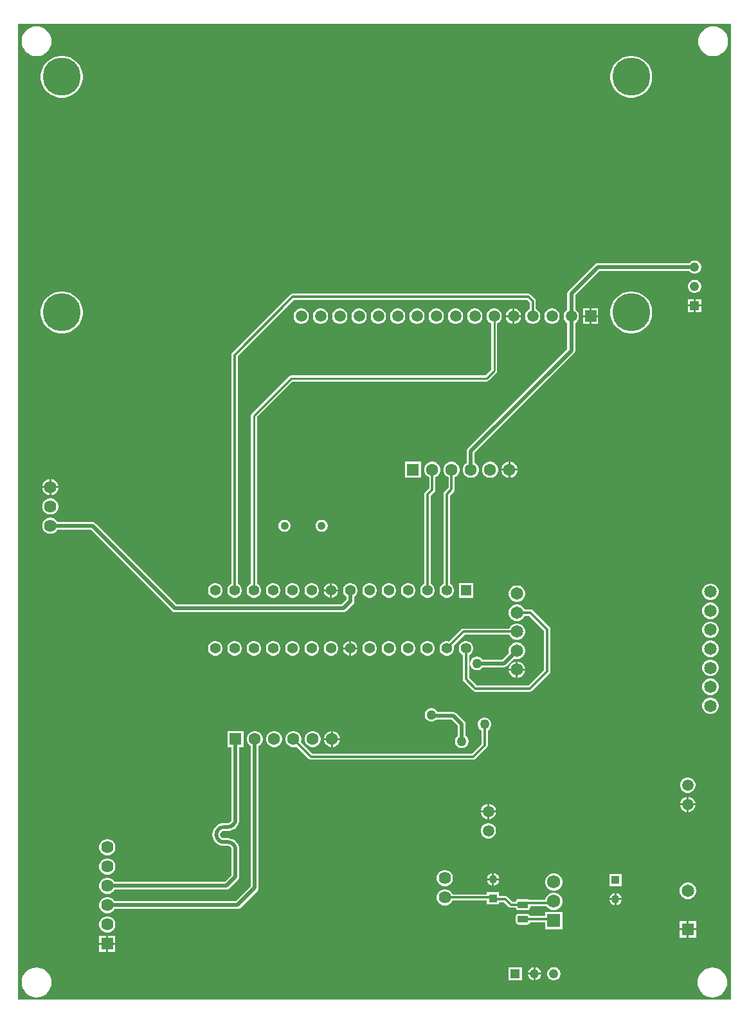
<source format=gbr>
%TF.GenerationSoftware,Altium Limited,Altium Designer,25.6.2 (33)*%
G04 Layer_Physical_Order=2*
G04 Layer_Color=16711680*
%FSLAX45Y45*%
%MOMM*%
%TF.SameCoordinates,105D10E8-5C4D-4F19-AFCE-DBFBABB2216B*%
%TF.FilePolarity,Positive*%
%TF.FileFunction,Copper,L2,Bot,Signal*%
%TF.Part,Single*%
G01*
G75*
%TA.AperFunction,Conductor*%
%ADD16C,0.30000*%
%ADD17C,0.25400*%
%ADD18C,0.50000*%
%TA.AperFunction,ComponentPad*%
%ADD19C,1.60000*%
%ADD20C,1.65000*%
%ADD21C,1.50800*%
%ADD22R,1.50800X1.50800*%
%ADD23C,1.62000*%
%ADD24C,1.50000*%
%ADD25C,1.40000*%
%ADD26C,1.10000*%
%ADD27R,1.65000X1.65000*%
%ADD28C,1.21800*%
%ADD29R,1.21800X1.21800*%
%ADD30R,1.62000X1.62000*%
%ADD31C,5.00000*%
%ADD32R,1.40000X1.40000*%
%ADD33C,1.08000*%
%ADD34R,1.60000X1.60000*%
%ADD35C,1.75000*%
%ADD36R,1.75000X1.75000*%
%ADD37R,1.10000X1.10000*%
%ADD38R,1.21800X1.21800*%
%TA.AperFunction,ViaPad*%
%ADD39C,1.27000*%
%TA.AperFunction,SMDPad,CuDef*%
G04:AMPARAMS|DCode=40|XSize=0.92mm|YSize=1.38mm|CornerRadius=0.115mm|HoleSize=0mm|Usage=FLASHONLY|Rotation=90.000|XOffset=0mm|YOffset=0mm|HoleType=Round|Shape=RoundedRectangle|*
%AMROUNDEDRECTD40*
21,1,0.92000,1.15000,0,0,90.0*
21,1,0.69000,1.38000,0,0,90.0*
1,1,0.23000,0.57500,0.34500*
1,1,0.23000,0.57500,-0.34500*
1,1,0.23000,-0.57500,-0.34500*
1,1,0.23000,-0.57500,0.34500*
%
%ADD40ROUNDEDRECTD40*%
G36*
X9446154Y53496D02*
X53446D01*
Y12887904D01*
X9446154D01*
Y53496D01*
D02*
G37*
%LPC*%
G36*
X9210000Y12856345D02*
X9171695Y12852573D01*
X9134862Y12841400D01*
X9100916Y12823254D01*
X9071163Y12798837D01*
X9046745Y12769084D01*
X9028600Y12735138D01*
X9017427Y12698305D01*
X9013655Y12660000D01*
X9017427Y12621695D01*
X9028600Y12584862D01*
X9046745Y12550916D01*
X9071163Y12521163D01*
X9100916Y12496745D01*
X9134862Y12478601D01*
X9171695Y12467427D01*
X9210000Y12463655D01*
X9248305Y12467427D01*
X9285138Y12478601D01*
X9319083Y12496745D01*
X9348837Y12521163D01*
X9373255Y12550916D01*
X9391399Y12584862D01*
X9402573Y12621695D01*
X9406345Y12660000D01*
X9402573Y12698305D01*
X9391399Y12735138D01*
X9373255Y12769084D01*
X9348837Y12798837D01*
X9319083Y12823254D01*
X9285138Y12841400D01*
X9248305Y12852573D01*
X9210000Y12856345D01*
D02*
G37*
G36*
X300000D02*
X261695Y12852573D01*
X224862Y12841400D01*
X190916Y12823254D01*
X161163Y12798837D01*
X136745Y12769084D01*
X118600Y12735138D01*
X107427Y12698305D01*
X103655Y12660000D01*
X107427Y12621695D01*
X118600Y12584862D01*
X136745Y12550916D01*
X161163Y12521163D01*
X190916Y12496745D01*
X224862Y12478601D01*
X261695Y12467427D01*
X300000Y12463655D01*
X338305Y12467427D01*
X375138Y12478601D01*
X409084Y12496745D01*
X438837Y12521163D01*
X463255Y12550916D01*
X481399Y12584862D01*
X492573Y12621695D01*
X496345Y12660000D01*
X492573Y12698305D01*
X481399Y12735138D01*
X463255Y12769084D01*
X438837Y12798837D01*
X409084Y12823254D01*
X375138Y12841400D01*
X338305Y12852573D01*
X300000Y12856345D01*
D02*
G37*
G36*
X8153175Y12468000D02*
X8109826D01*
X8067011Y12461219D01*
X8025783Y12447823D01*
X7987159Y12428143D01*
X7952089Y12402663D01*
X7921437Y12372011D01*
X7895957Y12336941D01*
X7876277Y12298317D01*
X7862881Y12257090D01*
X7856100Y12214275D01*
Y12170925D01*
X7862881Y12128110D01*
X7876277Y12086883D01*
X7895957Y12048259D01*
X7921437Y12013189D01*
X7952089Y11982537D01*
X7987159Y11957057D01*
X8025783Y11937377D01*
X8067011Y11923981D01*
X8109826Y11917200D01*
X8153175D01*
X8195990Y11923981D01*
X8237217Y11937377D01*
X8275841Y11957057D01*
X8310911Y11982537D01*
X8341563Y12013189D01*
X8367043Y12048259D01*
X8386723Y12086883D01*
X8400119Y12128110D01*
X8406900Y12170925D01*
Y12214275D01*
X8400119Y12257090D01*
X8386723Y12298317D01*
X8367043Y12336941D01*
X8341563Y12372011D01*
X8310911Y12402663D01*
X8275841Y12428143D01*
X8237217Y12447823D01*
X8195990Y12461219D01*
X8153175Y12468000D01*
D02*
G37*
G36*
X653174D02*
X609825D01*
X567010Y12461219D01*
X525783Y12447823D01*
X487159Y12428143D01*
X452089Y12402663D01*
X421437Y12372011D01*
X395957Y12336941D01*
X376277Y12298317D01*
X362881Y12257090D01*
X356100Y12214275D01*
Y12170925D01*
X362881Y12128110D01*
X376277Y12086883D01*
X395957Y12048259D01*
X421437Y12013189D01*
X452089Y11982537D01*
X487159Y11957057D01*
X525783Y11937377D01*
X567010Y11923981D01*
X609825Y11917200D01*
X653174D01*
X695989Y11923981D01*
X737217Y11937377D01*
X775841Y11957057D01*
X810911Y11982537D01*
X841563Y12013189D01*
X867043Y12048259D01*
X886723Y12086883D01*
X900119Y12128110D01*
X906900Y12170925D01*
Y12214275D01*
X900119Y12257090D01*
X886723Y12298317D01*
X867043Y12336941D01*
X841563Y12372011D01*
X810911Y12402663D01*
X775841Y12428143D01*
X737217Y12447823D01*
X695989Y12461219D01*
X653174Y12468000D01*
D02*
G37*
G36*
X8977562Y9776400D02*
X8954838D01*
X8932889Y9770519D01*
X8913211Y9759157D01*
X8897143Y9743089D01*
X8896218Y9741487D01*
X7690100D01*
X7670435Y9737576D01*
X7653764Y9726436D01*
X7305164Y9377836D01*
X7294024Y9361165D01*
X7290113Y9341500D01*
Y9129325D01*
X7279607Y9123260D01*
X7260840Y9104492D01*
X7247569Y9081507D01*
X7240700Y9055870D01*
Y9029329D01*
X7247569Y9003693D01*
X7260840Y8980707D01*
X7279607Y8961940D01*
X7290113Y8955875D01*
Y8612785D01*
X5983464Y7306136D01*
X5972324Y7289465D01*
X5968413Y7269800D01*
Y7115137D01*
X5955083Y7107441D01*
X5935459Y7087817D01*
X5921583Y7063783D01*
X5914400Y7036976D01*
Y7009224D01*
X5921583Y6982417D01*
X5935459Y6958383D01*
X5955083Y6938759D01*
X5979117Y6924883D01*
X6005924Y6917700D01*
X6033676D01*
X6060483Y6924883D01*
X6084517Y6938759D01*
X6104141Y6958383D01*
X6118017Y6982417D01*
X6125200Y7009224D01*
Y7036976D01*
X6118017Y7063783D01*
X6104141Y7087817D01*
X6084517Y7107441D01*
X6071187Y7115137D01*
Y7248515D01*
X7377836Y8555163D01*
X7388976Y8571835D01*
X7392887Y8591500D01*
Y8955875D01*
X7403392Y8961940D01*
X7422160Y8980707D01*
X7435430Y9003693D01*
X7442300Y9029329D01*
Y9055870D01*
X7435430Y9081507D01*
X7422160Y9104492D01*
X7403392Y9123260D01*
X7392887Y9129325D01*
Y9320215D01*
X7711385Y9638713D01*
X8896218D01*
X8897143Y9637111D01*
X8913211Y9621043D01*
X8932889Y9609681D01*
X8954838Y9603800D01*
X8977562D01*
X8999511Y9609681D01*
X9019189Y9621043D01*
X9035257Y9637111D01*
X9046619Y9656789D01*
X9052500Y9678738D01*
Y9701462D01*
X9046619Y9723411D01*
X9035257Y9743089D01*
X9019189Y9759157D01*
X8999511Y9770519D01*
X8977562Y9776400D01*
D02*
G37*
G36*
Y9522400D02*
X8954838D01*
X8932889Y9516519D01*
X8913211Y9505157D01*
X8897143Y9489089D01*
X8885781Y9469411D01*
X8879900Y9447462D01*
Y9424738D01*
X8885781Y9402789D01*
X8897143Y9383111D01*
X8913211Y9367043D01*
X8932889Y9355681D01*
X8954838Y9349800D01*
X8977562D01*
X8999511Y9355681D01*
X9019189Y9367043D01*
X9035257Y9383111D01*
X9046619Y9402789D01*
X9052500Y9424738D01*
Y9447462D01*
X9046619Y9469411D01*
X9035257Y9489089D01*
X9019189Y9505157D01*
X8999511Y9516519D01*
X8977562Y9522400D01*
D02*
G37*
G36*
X9052500Y9268400D02*
X8978900D01*
Y9194800D01*
X9052500D01*
Y9268400D01*
D02*
G37*
G36*
X8953500D02*
X8879900D01*
Y9194800D01*
X8953500D01*
Y9268400D01*
D02*
G37*
G36*
X9052500Y9169400D02*
X8978900D01*
Y9095800D01*
X9052500D01*
Y9169400D01*
D02*
G37*
G36*
X8953500D02*
X8879900D01*
Y9095800D01*
X8953500D01*
Y9169400D01*
D02*
G37*
G36*
X7696300Y9143400D02*
X7608200D01*
Y9055300D01*
X7696300D01*
Y9143400D01*
D02*
G37*
G36*
X6592770D02*
X6592200D01*
Y9055300D01*
X6680300D01*
Y9055870D01*
X6673430Y9081507D01*
X6660160Y9104492D01*
X6641392Y9123260D01*
X6618407Y9136530D01*
X6592770Y9143400D01*
D02*
G37*
G36*
X7582800D02*
X7494700D01*
Y9055300D01*
X7582800D01*
Y9143400D01*
D02*
G37*
G36*
X6566800D02*
X6566229D01*
X6540593Y9136530D01*
X6517607Y9123260D01*
X6498840Y9104492D01*
X6485569Y9081507D01*
X6478700Y9055870D01*
Y9055300D01*
X6566800D01*
Y9143400D01*
D02*
G37*
G36*
X7696300Y9029900D02*
X7608200D01*
Y8941800D01*
X7696300D01*
Y9029900D01*
D02*
G37*
G36*
X7582800D02*
X7494700D01*
Y8941800D01*
X7582800D01*
Y9029900D01*
D02*
G37*
G36*
X7100770Y9143400D02*
X7074229D01*
X7048593Y9136530D01*
X7025607Y9123260D01*
X7006840Y9104492D01*
X6993569Y9081507D01*
X6986700Y9055870D01*
Y9029329D01*
X6993569Y9003693D01*
X7006840Y8980707D01*
X7025607Y8961940D01*
X7048593Y8948669D01*
X7074229Y8941800D01*
X7100770D01*
X7126407Y8948669D01*
X7149392Y8961940D01*
X7168160Y8980707D01*
X7181430Y9003693D01*
X7188300Y9029329D01*
Y9055870D01*
X7181430Y9081507D01*
X7168160Y9104492D01*
X7149392Y9123260D01*
X7126407Y9136530D01*
X7100770Y9143400D01*
D02*
G37*
G36*
X6775000Y9341191D02*
X3675000D01*
X3659237Y9338056D01*
X3645873Y9329127D01*
X2879173Y8562427D01*
X2870244Y8549063D01*
X2867109Y8533300D01*
Y5521976D01*
X2849723Y5511939D01*
X2831961Y5494177D01*
X2819402Y5472423D01*
X2812900Y5448160D01*
Y5423040D01*
X2819402Y5398777D01*
X2831961Y5377023D01*
X2849723Y5359261D01*
X2871477Y5346702D01*
X2895740Y5340200D01*
X2920860D01*
X2945123Y5346702D01*
X2966877Y5359261D01*
X2984639Y5377023D01*
X2997198Y5398777D01*
X3003700Y5423040D01*
Y5448160D01*
X2997198Y5472423D01*
X2984639Y5494177D01*
X2966877Y5511939D01*
X2949491Y5521976D01*
Y8516238D01*
X3692062Y9258809D01*
X6757938D01*
X6792308Y9224438D01*
Y9135212D01*
X6771607Y9123260D01*
X6752840Y9104492D01*
X6739569Y9081507D01*
X6732700Y9055870D01*
Y9029329D01*
X6739569Y9003693D01*
X6752840Y8980707D01*
X6771607Y8961940D01*
X6794593Y8948669D01*
X6820229Y8941800D01*
X6846770D01*
X6872407Y8948669D01*
X6895392Y8961940D01*
X6914160Y8980707D01*
X6927430Y9003693D01*
X6934300Y9029329D01*
Y9055870D01*
X6927430Y9081507D01*
X6914160Y9104492D01*
X6895392Y9123260D01*
X6874691Y9135212D01*
Y9241500D01*
X6871556Y9257264D01*
X6862627Y9270627D01*
X6804127Y9329127D01*
X6790764Y9338056D01*
X6775000Y9341191D01*
D02*
G37*
G36*
X6680300Y9029900D02*
X6592200D01*
Y8941800D01*
X6592770D01*
X6618407Y8948669D01*
X6641392Y8961940D01*
X6660160Y8980707D01*
X6673430Y9003693D01*
X6680300Y9029329D01*
Y9029900D01*
D02*
G37*
G36*
X6566800D02*
X6478700D01*
Y9029329D01*
X6485569Y9003693D01*
X6498840Y8980707D01*
X6517607Y8961940D01*
X6540593Y8948669D01*
X6566229Y8941800D01*
X6566800D01*
Y9029900D01*
D02*
G37*
G36*
X6084770Y9143400D02*
X6058229D01*
X6032593Y9136530D01*
X6009607Y9123260D01*
X5990840Y9104492D01*
X5977569Y9081507D01*
X5970700Y9055870D01*
Y9029329D01*
X5977569Y9003693D01*
X5990840Y8980707D01*
X6009607Y8961940D01*
X6032593Y8948669D01*
X6058229Y8941800D01*
X6084770D01*
X6110407Y8948669D01*
X6133392Y8961940D01*
X6152160Y8980707D01*
X6165430Y9003693D01*
X6172300Y9029329D01*
Y9055870D01*
X6165430Y9081507D01*
X6152160Y9104492D01*
X6133392Y9123260D01*
X6110407Y9136530D01*
X6084770Y9143400D01*
D02*
G37*
G36*
X5830770D02*
X5804229D01*
X5778593Y9136530D01*
X5755607Y9123260D01*
X5736840Y9104492D01*
X5723569Y9081507D01*
X5716700Y9055870D01*
Y9029329D01*
X5723569Y9003693D01*
X5736840Y8980707D01*
X5755607Y8961940D01*
X5778593Y8948669D01*
X5804229Y8941800D01*
X5830770D01*
X5856407Y8948669D01*
X5879392Y8961940D01*
X5898160Y8980707D01*
X5911430Y9003693D01*
X5918300Y9029329D01*
Y9055870D01*
X5911430Y9081507D01*
X5898160Y9104492D01*
X5879392Y9123260D01*
X5856407Y9136530D01*
X5830770Y9143400D01*
D02*
G37*
G36*
X5576770D02*
X5550229D01*
X5524593Y9136530D01*
X5501607Y9123260D01*
X5482840Y9104492D01*
X5469569Y9081507D01*
X5462700Y9055870D01*
Y9029329D01*
X5469569Y9003693D01*
X5482840Y8980707D01*
X5501607Y8961940D01*
X5524593Y8948669D01*
X5550229Y8941800D01*
X5576770D01*
X5602407Y8948669D01*
X5625392Y8961940D01*
X5644160Y8980707D01*
X5657430Y9003693D01*
X5664300Y9029329D01*
Y9055870D01*
X5657430Y9081507D01*
X5644160Y9104492D01*
X5625392Y9123260D01*
X5602407Y9136530D01*
X5576770Y9143400D01*
D02*
G37*
G36*
X5322770D02*
X5296229D01*
X5270593Y9136530D01*
X5247607Y9123260D01*
X5228840Y9104492D01*
X5215569Y9081507D01*
X5208700Y9055870D01*
Y9029329D01*
X5215569Y9003693D01*
X5228840Y8980707D01*
X5247607Y8961940D01*
X5270593Y8948669D01*
X5296229Y8941800D01*
X5322770D01*
X5348407Y8948669D01*
X5371392Y8961940D01*
X5390160Y8980707D01*
X5403430Y9003693D01*
X5410300Y9029329D01*
Y9055870D01*
X5403430Y9081507D01*
X5390160Y9104492D01*
X5371392Y9123260D01*
X5348407Y9136530D01*
X5322770Y9143400D01*
D02*
G37*
G36*
X5068770D02*
X5042229D01*
X5016593Y9136530D01*
X4993607Y9123260D01*
X4974840Y9104492D01*
X4961569Y9081507D01*
X4954700Y9055870D01*
Y9029329D01*
X4961569Y9003693D01*
X4974840Y8980707D01*
X4993607Y8961940D01*
X5016593Y8948669D01*
X5042229Y8941800D01*
X5068770D01*
X5094407Y8948669D01*
X5117392Y8961940D01*
X5136160Y8980707D01*
X5149430Y9003693D01*
X5156300Y9029329D01*
Y9055870D01*
X5149430Y9081507D01*
X5136160Y9104492D01*
X5117392Y9123260D01*
X5094407Y9136530D01*
X5068770Y9143400D01*
D02*
G37*
G36*
X4814770D02*
X4788229D01*
X4762593Y9136530D01*
X4739607Y9123260D01*
X4720840Y9104492D01*
X4707569Y9081507D01*
X4700700Y9055870D01*
Y9029329D01*
X4707569Y9003693D01*
X4720840Y8980707D01*
X4739607Y8961940D01*
X4762593Y8948669D01*
X4788229Y8941800D01*
X4814770D01*
X4840407Y8948669D01*
X4863392Y8961940D01*
X4882160Y8980707D01*
X4895430Y9003693D01*
X4902300Y9029329D01*
Y9055870D01*
X4895430Y9081507D01*
X4882160Y9104492D01*
X4863392Y9123260D01*
X4840407Y9136530D01*
X4814770Y9143400D01*
D02*
G37*
G36*
X4560770D02*
X4534229D01*
X4508593Y9136530D01*
X4485607Y9123260D01*
X4466840Y9104492D01*
X4453569Y9081507D01*
X4446700Y9055870D01*
Y9029329D01*
X4453569Y9003693D01*
X4466840Y8980707D01*
X4485607Y8961940D01*
X4508593Y8948669D01*
X4534229Y8941800D01*
X4560770D01*
X4586407Y8948669D01*
X4609392Y8961940D01*
X4628160Y8980707D01*
X4641430Y9003693D01*
X4648300Y9029329D01*
Y9055870D01*
X4641430Y9081507D01*
X4628160Y9104492D01*
X4609392Y9123260D01*
X4586407Y9136530D01*
X4560770Y9143400D01*
D02*
G37*
G36*
X4306770D02*
X4280229D01*
X4254593Y9136530D01*
X4231607Y9123260D01*
X4212840Y9104492D01*
X4199569Y9081507D01*
X4192700Y9055870D01*
Y9029329D01*
X4199569Y9003693D01*
X4212840Y8980707D01*
X4231607Y8961940D01*
X4254593Y8948669D01*
X4280229Y8941800D01*
X4306770D01*
X4332407Y8948669D01*
X4355392Y8961940D01*
X4374160Y8980707D01*
X4387430Y9003693D01*
X4394300Y9029329D01*
Y9055870D01*
X4387430Y9081507D01*
X4374160Y9104492D01*
X4355392Y9123260D01*
X4332407Y9136530D01*
X4306770Y9143400D01*
D02*
G37*
G36*
X4052770D02*
X4026229D01*
X4000593Y9136530D01*
X3977607Y9123260D01*
X3958840Y9104492D01*
X3945569Y9081507D01*
X3938700Y9055870D01*
Y9029329D01*
X3945569Y9003693D01*
X3958840Y8980707D01*
X3977607Y8961940D01*
X4000593Y8948669D01*
X4026229Y8941800D01*
X4052770D01*
X4078407Y8948669D01*
X4101392Y8961940D01*
X4120160Y8980707D01*
X4133430Y9003693D01*
X4140300Y9029329D01*
Y9055870D01*
X4133430Y9081507D01*
X4120160Y9104492D01*
X4101392Y9123260D01*
X4078407Y9136530D01*
X4052770Y9143400D01*
D02*
G37*
G36*
X3798770D02*
X3772229D01*
X3746593Y9136530D01*
X3723607Y9123260D01*
X3704840Y9104492D01*
X3691569Y9081507D01*
X3684700Y9055870D01*
Y9029329D01*
X3691569Y9003693D01*
X3704840Y8980707D01*
X3723607Y8961940D01*
X3746593Y8948669D01*
X3772229Y8941800D01*
X3798770D01*
X3824407Y8948669D01*
X3847392Y8961940D01*
X3866160Y8980707D01*
X3879430Y9003693D01*
X3886300Y9029329D01*
Y9055870D01*
X3879430Y9081507D01*
X3866160Y9104492D01*
X3847392Y9123260D01*
X3824407Y9136530D01*
X3798770Y9143400D01*
D02*
G37*
G36*
X8153175Y9368000D02*
X8109826D01*
X8067011Y9361219D01*
X8025783Y9347823D01*
X7987159Y9328143D01*
X7952089Y9302663D01*
X7921437Y9272011D01*
X7895957Y9236941D01*
X7876277Y9198317D01*
X7862881Y9157090D01*
X7856100Y9114275D01*
Y9070925D01*
X7862881Y9028110D01*
X7876277Y8986883D01*
X7895957Y8948259D01*
X7921437Y8913189D01*
X7952089Y8882537D01*
X7987159Y8857057D01*
X8025783Y8837377D01*
X8067011Y8823981D01*
X8109826Y8817200D01*
X8153175D01*
X8195990Y8823981D01*
X8237217Y8837377D01*
X8275841Y8857057D01*
X8310911Y8882537D01*
X8341563Y8913189D01*
X8367043Y8948259D01*
X8386723Y8986883D01*
X8400119Y9028110D01*
X8406900Y9070925D01*
Y9114275D01*
X8400119Y9157090D01*
X8386723Y9198317D01*
X8367043Y9236941D01*
X8341563Y9272011D01*
X8310911Y9302663D01*
X8275841Y9328143D01*
X8237217Y9347823D01*
X8195990Y9361219D01*
X8153175Y9368000D01*
D02*
G37*
G36*
X653174D02*
X609825D01*
X567010Y9361219D01*
X525783Y9347823D01*
X487159Y9328143D01*
X452089Y9302663D01*
X421437Y9272011D01*
X395957Y9236941D01*
X376277Y9198317D01*
X362881Y9157090D01*
X356100Y9114275D01*
Y9070925D01*
X362881Y9028110D01*
X376277Y8986883D01*
X395957Y8948259D01*
X421437Y8913189D01*
X452089Y8882537D01*
X487159Y8857057D01*
X525783Y8837377D01*
X567010Y8823981D01*
X609825Y8817200D01*
X653174D01*
X695989Y8823981D01*
X737217Y8837377D01*
X775841Y8857057D01*
X810911Y8882537D01*
X841563Y8913189D01*
X867043Y8948259D01*
X886723Y8986883D01*
X900119Y9028110D01*
X906900Y9070925D01*
Y9114275D01*
X900119Y9157090D01*
X886723Y9198317D01*
X867043Y9236941D01*
X841563Y9272011D01*
X810911Y9302663D01*
X775841Y9328143D01*
X737217Y9347823D01*
X695989Y9361219D01*
X653174Y9368000D01*
D02*
G37*
G36*
X6541676Y7128500D02*
X6540500D01*
Y7035800D01*
X6633200D01*
Y7036976D01*
X6626017Y7063783D01*
X6612141Y7087817D01*
X6592517Y7107441D01*
X6568483Y7121317D01*
X6541676Y7128500D01*
D02*
G37*
G36*
X6515100D02*
X6513924D01*
X6487117Y7121317D01*
X6463083Y7107441D01*
X6443459Y7087817D01*
X6429583Y7063783D01*
X6422400Y7036976D01*
Y7035800D01*
X6515100D01*
Y7128500D01*
D02*
G37*
G36*
X5363203Y7128500D02*
X5152403D01*
Y6917701D01*
X5363203D01*
Y7128500D01*
D02*
G37*
G36*
X6633200Y7010400D02*
X6540500D01*
Y6917700D01*
X6541676D01*
X6568483Y6924883D01*
X6592517Y6938759D01*
X6612141Y6958383D01*
X6626017Y6982417D01*
X6633200Y7009224D01*
Y7010400D01*
D02*
G37*
G36*
X6515100D02*
X6422400D01*
Y7009224D01*
X6429583Y6982417D01*
X6443459Y6958383D01*
X6463083Y6938759D01*
X6487117Y6924883D01*
X6513924Y6917700D01*
X6515100D01*
Y7010400D01*
D02*
G37*
G36*
X6287676Y7128500D02*
X6259924D01*
X6233117Y7121317D01*
X6209083Y7107441D01*
X6189459Y7087817D01*
X6175583Y7063783D01*
X6168400Y7036976D01*
Y7009224D01*
X6175583Y6982417D01*
X6189459Y6958383D01*
X6209083Y6938759D01*
X6233117Y6924883D01*
X6259924Y6917700D01*
X6287676D01*
X6314483Y6924883D01*
X6338517Y6938759D01*
X6358141Y6958383D01*
X6372017Y6982417D01*
X6379200Y7009224D01*
Y7036976D01*
X6372017Y7063783D01*
X6358141Y7087817D01*
X6338517Y7107441D01*
X6314483Y7121317D01*
X6287676Y7128500D01*
D02*
G37*
G36*
X496608Y6900900D02*
X495300D01*
Y6807200D01*
X589000D01*
Y6808508D01*
X581749Y6835569D01*
X567741Y6859831D01*
X547931Y6879641D01*
X523669Y6893649D01*
X496608Y6900900D01*
D02*
G37*
G36*
X469900D02*
X468592D01*
X441531Y6893649D01*
X417269Y6879641D01*
X397459Y6859831D01*
X383451Y6835569D01*
X376200Y6808508D01*
Y6807200D01*
X469900D01*
Y6900900D01*
D02*
G37*
G36*
X589000Y6781800D02*
X495300D01*
Y6688100D01*
X496608D01*
X523669Y6695351D01*
X547931Y6709359D01*
X567741Y6729169D01*
X581749Y6753431D01*
X589000Y6780492D01*
Y6781800D01*
D02*
G37*
G36*
X469900D02*
X376200D01*
Y6780492D01*
X383451Y6753431D01*
X397459Y6729169D01*
X417269Y6709359D01*
X441531Y6695351D01*
X468592Y6688100D01*
X469900D01*
Y6781800D01*
D02*
G37*
G36*
X496608Y6646900D02*
X468592D01*
X441531Y6639649D01*
X417269Y6625641D01*
X397459Y6605831D01*
X383451Y6581569D01*
X376200Y6554508D01*
Y6526492D01*
X383451Y6499431D01*
X397459Y6475169D01*
X417269Y6455359D01*
X441531Y6441351D01*
X468592Y6434100D01*
X496608D01*
X523669Y6441351D01*
X547931Y6455359D01*
X567741Y6475169D01*
X581749Y6499431D01*
X589000Y6526492D01*
Y6554508D01*
X581749Y6581569D01*
X567741Y6605831D01*
X547931Y6625641D01*
X523669Y6639649D01*
X496608Y6646900D01*
D02*
G37*
G36*
X4064453Y6365900D02*
X4043547D01*
X4023353Y6360489D01*
X4005248Y6350036D01*
X3990464Y6335253D01*
X3980011Y6317147D01*
X3974600Y6296953D01*
Y6276047D01*
X3980011Y6255853D01*
X3990464Y6237747D01*
X4005248Y6222964D01*
X4023353Y6212511D01*
X4043547Y6207100D01*
X4064453D01*
X4084647Y6212511D01*
X4102753Y6222964D01*
X4117536Y6237747D01*
X4127989Y6255853D01*
X4133400Y6276047D01*
Y6296953D01*
X4127989Y6317147D01*
X4117536Y6335253D01*
X4102753Y6350036D01*
X4084647Y6360489D01*
X4064453Y6365900D01*
D02*
G37*
G36*
X3576453D02*
X3555547D01*
X3535353Y6360489D01*
X3517247Y6350036D01*
X3502464Y6335253D01*
X3492011Y6317147D01*
X3486600Y6296953D01*
Y6276047D01*
X3492011Y6255853D01*
X3502464Y6237747D01*
X3517247Y6222964D01*
X3535353Y6212511D01*
X3555547Y6207100D01*
X3576453D01*
X3596647Y6212511D01*
X3614752Y6222964D01*
X3629536Y6237747D01*
X3639989Y6255853D01*
X3645400Y6276047D01*
Y6296953D01*
X3639989Y6317147D01*
X3629536Y6335253D01*
X3614752Y6350036D01*
X3596647Y6360489D01*
X3576453Y6365900D01*
D02*
G37*
G36*
X4191000Y5530962D02*
Y5448300D01*
X4273662D01*
X4267198Y5472423D01*
X4254639Y5494177D01*
X4236877Y5511939D01*
X4215123Y5524498D01*
X4191000Y5530962D01*
D02*
G37*
G36*
X4165600D02*
X4141477Y5524498D01*
X4119723Y5511939D01*
X4101961Y5494177D01*
X4089402Y5472423D01*
X4082938Y5448300D01*
X4165600D01*
Y5530962D01*
D02*
G37*
G36*
X4273662Y5422900D02*
X4191000D01*
Y5340238D01*
X4215123Y5346702D01*
X4236877Y5359261D01*
X4254639Y5377023D01*
X4267198Y5398777D01*
X4273662Y5422900D01*
D02*
G37*
G36*
X4165600D02*
X4082938D01*
X4089402Y5398777D01*
X4101961Y5377023D01*
X4119723Y5359261D01*
X4141477Y5346702D01*
X4165600Y5340238D01*
Y5422900D01*
D02*
G37*
G36*
X6051700Y5531000D02*
X5860900D01*
Y5340200D01*
X6051700D01*
Y5531000D01*
D02*
G37*
G36*
X5779676Y7128500D02*
X5751924D01*
X5725117Y7121317D01*
X5701083Y7107441D01*
X5681459Y7087817D01*
X5667583Y7063783D01*
X5660400Y7036976D01*
Y7009224D01*
X5667583Y6982417D01*
X5681459Y6958383D01*
X5701083Y6938759D01*
X5724609Y6925177D01*
Y6782862D01*
X5673173Y6731427D01*
X5664244Y6718063D01*
X5661109Y6702300D01*
Y5521976D01*
X5643723Y5511939D01*
X5625961Y5494177D01*
X5613402Y5472423D01*
X5606900Y5448160D01*
Y5423040D01*
X5613402Y5398777D01*
X5625961Y5377023D01*
X5643723Y5359261D01*
X5665477Y5346702D01*
X5689740Y5340200D01*
X5714860D01*
X5739123Y5346702D01*
X5760877Y5359261D01*
X5778639Y5377023D01*
X5791198Y5398777D01*
X5797700Y5423040D01*
Y5448160D01*
X5791198Y5472423D01*
X5778639Y5494177D01*
X5760877Y5511939D01*
X5743491Y5521976D01*
Y6685238D01*
X5794927Y6736673D01*
X5803856Y6750037D01*
X5806991Y6765800D01*
Y6925177D01*
X5830517Y6938759D01*
X5850141Y6958383D01*
X5864017Y6982417D01*
X5871200Y7009224D01*
Y7036976D01*
X5864017Y7063783D01*
X5850141Y7087817D01*
X5830517Y7107441D01*
X5806483Y7121317D01*
X5779676Y7128500D01*
D02*
G37*
G36*
X5525679Y7128500D02*
X5497927D01*
X5471120Y7121317D01*
X5447086Y7107441D01*
X5427462Y7087818D01*
X5413586Y7063783D01*
X5406403Y7036977D01*
Y7009224D01*
X5413586Y6982418D01*
X5427462Y6958383D01*
X5447086Y6938760D01*
X5470612Y6925177D01*
Y6778865D01*
X5419173Y6727427D01*
X5410244Y6714063D01*
X5407109Y6698300D01*
Y5521976D01*
X5389723Y5511939D01*
X5371961Y5494177D01*
X5359402Y5472423D01*
X5352900Y5448160D01*
Y5423040D01*
X5359402Y5398777D01*
X5371961Y5377023D01*
X5389723Y5359261D01*
X5411477Y5346702D01*
X5435740Y5340200D01*
X5460860D01*
X5485123Y5346702D01*
X5506877Y5359261D01*
X5524639Y5377023D01*
X5537198Y5398777D01*
X5543700Y5423040D01*
Y5448160D01*
X5537198Y5472423D01*
X5524639Y5494177D01*
X5506877Y5511939D01*
X5489491Y5521976D01*
Y6681238D01*
X5540930Y6732676D01*
X5549859Y6746040D01*
X5552994Y6761803D01*
Y6925177D01*
X5576520Y6938760D01*
X5596144Y6958383D01*
X5610020Y6982418D01*
X5617203Y7009224D01*
Y7036977D01*
X5610020Y7063783D01*
X5596144Y7087818D01*
X5576520Y7107441D01*
X5552486Y7121317D01*
X5525679Y7128500D01*
D02*
G37*
G36*
X5206860Y5531000D02*
X5181740D01*
X5157477Y5524498D01*
X5135723Y5511939D01*
X5117961Y5494177D01*
X5105402Y5472423D01*
X5098900Y5448160D01*
Y5423040D01*
X5105402Y5398777D01*
X5117961Y5377023D01*
X5135723Y5359261D01*
X5157477Y5346702D01*
X5181740Y5340200D01*
X5206860D01*
X5231123Y5346702D01*
X5252877Y5359261D01*
X5270639Y5377023D01*
X5283198Y5398777D01*
X5289700Y5423040D01*
Y5448160D01*
X5283198Y5472423D01*
X5270639Y5494177D01*
X5252877Y5511939D01*
X5231123Y5524498D01*
X5206860Y5531000D01*
D02*
G37*
G36*
X4952860D02*
X4927740D01*
X4903477Y5524498D01*
X4881723Y5511939D01*
X4863961Y5494177D01*
X4851402Y5472423D01*
X4844900Y5448160D01*
Y5423040D01*
X4851402Y5398777D01*
X4863961Y5377023D01*
X4881723Y5359261D01*
X4903477Y5346702D01*
X4927740Y5340200D01*
X4952860D01*
X4977123Y5346702D01*
X4998877Y5359261D01*
X5016639Y5377023D01*
X5029198Y5398777D01*
X5035700Y5423040D01*
Y5448160D01*
X5029198Y5472423D01*
X5016639Y5494177D01*
X4998877Y5511939D01*
X4977123Y5524498D01*
X4952860Y5531000D01*
D02*
G37*
G36*
X4698860D02*
X4673740D01*
X4649477Y5524498D01*
X4627723Y5511939D01*
X4609961Y5494177D01*
X4597402Y5472423D01*
X4590900Y5448160D01*
Y5423040D01*
X4597402Y5398777D01*
X4609961Y5377023D01*
X4627723Y5359261D01*
X4649477Y5346702D01*
X4673740Y5340200D01*
X4698860D01*
X4723123Y5346702D01*
X4744877Y5359261D01*
X4762639Y5377023D01*
X4775198Y5398777D01*
X4781700Y5423040D01*
Y5448160D01*
X4775198Y5472423D01*
X4762639Y5494177D01*
X4744877Y5511939D01*
X4723123Y5524498D01*
X4698860Y5531000D01*
D02*
G37*
G36*
X3936860D02*
X3911740D01*
X3887477Y5524498D01*
X3865723Y5511939D01*
X3847961Y5494177D01*
X3835402Y5472423D01*
X3828900Y5448160D01*
Y5423040D01*
X3835402Y5398777D01*
X3847961Y5377023D01*
X3865723Y5359261D01*
X3887477Y5346702D01*
X3911740Y5340200D01*
X3936860D01*
X3961123Y5346702D01*
X3982877Y5359261D01*
X4000639Y5377023D01*
X4013198Y5398777D01*
X4019700Y5423040D01*
Y5448160D01*
X4013198Y5472423D01*
X4000639Y5494177D01*
X3982877Y5511939D01*
X3961123Y5524498D01*
X3936860Y5531000D01*
D02*
G37*
G36*
X3682860D02*
X3657740D01*
X3633477Y5524498D01*
X3611723Y5511939D01*
X3593961Y5494177D01*
X3581402Y5472423D01*
X3574900Y5448160D01*
Y5423040D01*
X3581402Y5398777D01*
X3593961Y5377023D01*
X3611723Y5359261D01*
X3633477Y5346702D01*
X3657740Y5340200D01*
X3682860D01*
X3707123Y5346702D01*
X3728877Y5359261D01*
X3746639Y5377023D01*
X3759198Y5398777D01*
X3765700Y5423040D01*
Y5448160D01*
X3759198Y5472423D01*
X3746639Y5494177D01*
X3728877Y5511939D01*
X3707123Y5524498D01*
X3682860Y5531000D01*
D02*
G37*
G36*
X3428860D02*
X3403740D01*
X3379477Y5524498D01*
X3357723Y5511939D01*
X3339961Y5494177D01*
X3327402Y5472423D01*
X3320900Y5448160D01*
Y5423040D01*
X3327402Y5398777D01*
X3339961Y5377023D01*
X3357723Y5359261D01*
X3379477Y5346702D01*
X3403740Y5340200D01*
X3428860D01*
X3453123Y5346702D01*
X3474877Y5359261D01*
X3492639Y5377023D01*
X3505198Y5398777D01*
X3511700Y5423040D01*
Y5448160D01*
X3505198Y5472423D01*
X3492639Y5494177D01*
X3474877Y5511939D01*
X3453123Y5524498D01*
X3428860Y5531000D01*
D02*
G37*
G36*
X6338770Y9143400D02*
X6312229D01*
X6286593Y9136530D01*
X6263607Y9123260D01*
X6244840Y9104492D01*
X6231569Y9081507D01*
X6224700Y9055870D01*
Y9029329D01*
X6231569Y9003693D01*
X6244840Y8980707D01*
X6263607Y8961940D01*
X6286593Y8948669D01*
X6286653Y8948653D01*
Y8341591D01*
X6208909Y8263847D01*
X3650000D01*
X3635134Y8260889D01*
X3622531Y8252469D01*
X3134831Y7764769D01*
X3126411Y7752166D01*
X3123453Y7737300D01*
Y5523330D01*
X3103723Y5511939D01*
X3085961Y5494177D01*
X3073402Y5472423D01*
X3066900Y5448160D01*
Y5423040D01*
X3073402Y5398777D01*
X3085961Y5377023D01*
X3103723Y5359261D01*
X3125477Y5346702D01*
X3149740Y5340200D01*
X3174860D01*
X3199123Y5346702D01*
X3220877Y5359261D01*
X3238639Y5377023D01*
X3251198Y5398777D01*
X3257700Y5423040D01*
Y5448160D01*
X3251198Y5472423D01*
X3238639Y5494177D01*
X3220877Y5511939D01*
X3201147Y5523330D01*
Y7721209D01*
X3666091Y8186154D01*
X6225000D01*
X6239866Y8189111D01*
X6252469Y8197531D01*
X6352968Y8298031D01*
X6361389Y8310634D01*
X6361880Y8313100D01*
X6364346Y8325500D01*
Y8948653D01*
X6364407Y8948669D01*
X6387392Y8961940D01*
X6406160Y8980707D01*
X6419430Y9003693D01*
X6426300Y9029329D01*
Y9055870D01*
X6419430Y9081507D01*
X6406160Y9104492D01*
X6387392Y9123260D01*
X6364407Y9136530D01*
X6338770Y9143400D01*
D02*
G37*
G36*
X2666860Y5531000D02*
X2641740D01*
X2617477Y5524498D01*
X2595723Y5511939D01*
X2577961Y5494177D01*
X2565402Y5472423D01*
X2558900Y5448160D01*
Y5423040D01*
X2565402Y5398777D01*
X2577961Y5377023D01*
X2595723Y5359261D01*
X2617477Y5346702D01*
X2641740Y5340200D01*
X2666860D01*
X2691123Y5346702D01*
X2712877Y5359261D01*
X2730639Y5377023D01*
X2743198Y5398777D01*
X2749700Y5423040D01*
Y5448160D01*
X2743198Y5472423D01*
X2730639Y5494177D01*
X2712877Y5511939D01*
X2691123Y5524498D01*
X2666860Y5531000D01*
D02*
G37*
G36*
X9188604Y5526699D02*
X9160194D01*
X9132751Y5519346D01*
X9108147Y5505141D01*
X9088057Y5485052D01*
X9073852Y5460447D01*
X9066499Y5433005D01*
Y5404594D01*
X9073852Y5377152D01*
X9088057Y5352547D01*
X9108147Y5332458D01*
X9132751Y5318253D01*
X9160194Y5310899D01*
X9188604D01*
X9216047Y5318253D01*
X9240651Y5332458D01*
X9260740Y5352547D01*
X9274946Y5377152D01*
X9282299Y5404594D01*
Y5433005D01*
X9274946Y5460447D01*
X9260740Y5485052D01*
X9240651Y5505141D01*
X9216047Y5519346D01*
X9188604Y5526699D01*
D02*
G37*
G36*
X6638606Y5501698D02*
X6610196D01*
X6582753Y5494345D01*
X6558149Y5480139D01*
X6538060Y5460050D01*
X6523854Y5435446D01*
X6516501Y5408003D01*
Y5379592D01*
X6523854Y5352150D01*
X6538060Y5327546D01*
X6558149Y5307456D01*
X6582753Y5293251D01*
X6610196Y5285898D01*
X6638606D01*
X6666049Y5293251D01*
X6690653Y5307456D01*
X6710743Y5327546D01*
X6724948Y5352150D01*
X6732301Y5379592D01*
Y5408003D01*
X6724948Y5435446D01*
X6710743Y5460050D01*
X6690653Y5480139D01*
X6666049Y5494345D01*
X6638606Y5501698D01*
D02*
G37*
G36*
X496616Y6392892D02*
X468600D01*
X441539Y6385641D01*
X417277Y6371633D01*
X397467Y6351823D01*
X383459Y6327561D01*
X376208Y6300500D01*
Y6272484D01*
X383459Y6245423D01*
X397467Y6221161D01*
X417277Y6201351D01*
X441539Y6187343D01*
X468600Y6180092D01*
X496616D01*
X523677Y6187343D01*
X547939Y6201351D01*
X567749Y6221161D01*
X575800Y6235105D01*
X1017223D01*
X2088664Y5163664D01*
X2105335Y5152524D01*
X2125000Y5148613D01*
X4339600D01*
X4359265Y5152524D01*
X4375936Y5163664D01*
X4468636Y5256364D01*
X4479776Y5273035D01*
X4483687Y5292700D01*
Y5355110D01*
X4490877Y5359261D01*
X4508639Y5377023D01*
X4521198Y5398777D01*
X4527700Y5423040D01*
Y5448160D01*
X4521198Y5472423D01*
X4508639Y5494177D01*
X4490877Y5511939D01*
X4469123Y5524498D01*
X4444860Y5531000D01*
X4419740D01*
X4395477Y5524498D01*
X4373723Y5511939D01*
X4355961Y5494177D01*
X4343402Y5472423D01*
X4336900Y5448160D01*
Y5423040D01*
X4343402Y5398777D01*
X4355961Y5377023D01*
X4373723Y5359261D01*
X4380913Y5355110D01*
Y5313985D01*
X4318315Y5251387D01*
X2146285D01*
X1074844Y6322828D01*
X1058173Y6333968D01*
X1038508Y6337879D01*
X575800D01*
X567749Y6351823D01*
X547939Y6371633D01*
X523677Y6385641D01*
X496616Y6392892D01*
D02*
G37*
G36*
X9188604Y5276698D02*
X9160194D01*
X9132751Y5269345D01*
X9108147Y5255140D01*
X9088057Y5235050D01*
X9073852Y5210446D01*
X9066499Y5183004D01*
Y5154593D01*
X9073852Y5127151D01*
X9088057Y5102546D01*
X9108147Y5082457D01*
X9132751Y5068251D01*
X9160194Y5060898D01*
X9188604D01*
X9216047Y5068251D01*
X9240651Y5082457D01*
X9260740Y5102546D01*
X9274946Y5127151D01*
X9282299Y5154593D01*
Y5183004D01*
X9274946Y5210446D01*
X9260740Y5235050D01*
X9240651Y5255140D01*
X9216047Y5269345D01*
X9188604Y5276698D01*
D02*
G37*
G36*
Y5026697D02*
X9160194D01*
X9132751Y5019344D01*
X9108147Y5005139D01*
X9088057Y4985049D01*
X9073852Y4960445D01*
X9066499Y4933003D01*
Y4904592D01*
X9073852Y4877150D01*
X9088057Y4852545D01*
X9108147Y4832456D01*
X9132751Y4818250D01*
X9160194Y4810897D01*
X9188604D01*
X9216047Y4818250D01*
X9240651Y4832456D01*
X9260740Y4852545D01*
X9274946Y4877150D01*
X9282299Y4904592D01*
Y4933003D01*
X9274946Y4960445D01*
X9260740Y4985049D01*
X9240651Y5005139D01*
X9216047Y5019344D01*
X9188604Y5026697D01*
D02*
G37*
G36*
X6638606Y5001704D02*
X6610196D01*
X6582753Y4994351D01*
X6558149Y4980145D01*
X6538060Y4960056D01*
X6523854Y4935452D01*
X6523732Y4934995D01*
X5922504D01*
X5906741Y4931860D01*
X5893377Y4922930D01*
X5734251Y4763804D01*
X5714860Y4769000D01*
X5689740D01*
X5665477Y4762498D01*
X5643723Y4749939D01*
X5625961Y4732177D01*
X5613402Y4710423D01*
X5606900Y4686160D01*
Y4661040D01*
X5613402Y4636777D01*
X5625961Y4615023D01*
X5643723Y4597261D01*
X5665477Y4584702D01*
X5689740Y4578200D01*
X5714860D01*
X5739123Y4584702D01*
X5760877Y4597261D01*
X5778639Y4615023D01*
X5791198Y4636777D01*
X5797700Y4661040D01*
Y4686160D01*
X5792504Y4705551D01*
X5939566Y4852612D01*
X6523732D01*
X6523854Y4852156D01*
X6538060Y4827552D01*
X6558149Y4807462D01*
X6582753Y4793257D01*
X6610196Y4785904D01*
X6638606D01*
X6666049Y4793257D01*
X6690653Y4807462D01*
X6710743Y4827552D01*
X6724948Y4852156D01*
X6732301Y4879599D01*
Y4908009D01*
X6724948Y4935452D01*
X6710743Y4960056D01*
X6690653Y4980145D01*
X6666049Y4994351D01*
X6638606Y5001704D01*
D02*
G37*
G36*
X4445000Y4768962D02*
Y4686300D01*
X4527662D01*
X4521198Y4710423D01*
X4508639Y4732177D01*
X4490877Y4749939D01*
X4469123Y4762498D01*
X4445000Y4768962D01*
D02*
G37*
G36*
X4419600D02*
X4395477Y4762498D01*
X4373723Y4749939D01*
X4355961Y4732177D01*
X4343402Y4710423D01*
X4336938Y4686300D01*
X4419600D01*
Y4768962D01*
D02*
G37*
G36*
X4527662Y4660900D02*
X4445000D01*
Y4578238D01*
X4469123Y4584702D01*
X4490877Y4597261D01*
X4508639Y4615023D01*
X4521198Y4636777D01*
X4527662Y4660900D01*
D02*
G37*
G36*
X4419600D02*
X4336938D01*
X4343402Y4636777D01*
X4355961Y4615023D01*
X4373723Y4597261D01*
X4395477Y4584702D01*
X4419600Y4578238D01*
Y4660900D01*
D02*
G37*
G36*
X5460860Y4769000D02*
X5435740D01*
X5411477Y4762498D01*
X5389723Y4749939D01*
X5371961Y4732177D01*
X5359402Y4710423D01*
X5352900Y4686160D01*
Y4661040D01*
X5359402Y4636777D01*
X5371961Y4615023D01*
X5389723Y4597261D01*
X5411477Y4584702D01*
X5435740Y4578200D01*
X5460860D01*
X5485123Y4584702D01*
X5506877Y4597261D01*
X5524639Y4615023D01*
X5537198Y4636777D01*
X5543700Y4661040D01*
Y4686160D01*
X5537198Y4710423D01*
X5524639Y4732177D01*
X5506877Y4749939D01*
X5485123Y4762498D01*
X5460860Y4769000D01*
D02*
G37*
G36*
X5206860D02*
X5181740D01*
X5157477Y4762498D01*
X5135723Y4749939D01*
X5117961Y4732177D01*
X5105402Y4710423D01*
X5098900Y4686160D01*
Y4661040D01*
X5105402Y4636777D01*
X5117961Y4615023D01*
X5135723Y4597261D01*
X5157477Y4584702D01*
X5181740Y4578200D01*
X5206860D01*
X5231123Y4584702D01*
X5252877Y4597261D01*
X5270639Y4615023D01*
X5283198Y4636777D01*
X5289700Y4661040D01*
Y4686160D01*
X5283198Y4710423D01*
X5270639Y4732177D01*
X5252877Y4749939D01*
X5231123Y4762498D01*
X5206860Y4769000D01*
D02*
G37*
G36*
X4952860D02*
X4927740D01*
X4903477Y4762498D01*
X4881723Y4749939D01*
X4863961Y4732177D01*
X4851402Y4710423D01*
X4844900Y4686160D01*
Y4661040D01*
X4851402Y4636777D01*
X4863961Y4615023D01*
X4881723Y4597261D01*
X4903477Y4584702D01*
X4927740Y4578200D01*
X4952860D01*
X4977123Y4584702D01*
X4998877Y4597261D01*
X5016639Y4615023D01*
X5029198Y4636777D01*
X5035700Y4661040D01*
Y4686160D01*
X5029198Y4710423D01*
X5016639Y4732177D01*
X4998877Y4749939D01*
X4977123Y4762498D01*
X4952860Y4769000D01*
D02*
G37*
G36*
X4698860D02*
X4673740D01*
X4649477Y4762498D01*
X4627723Y4749939D01*
X4609961Y4732177D01*
X4597402Y4710423D01*
X4590900Y4686160D01*
Y4661040D01*
X4597402Y4636777D01*
X4609961Y4615023D01*
X4627723Y4597261D01*
X4649477Y4584702D01*
X4673740Y4578200D01*
X4698860D01*
X4723123Y4584702D01*
X4744877Y4597261D01*
X4762639Y4615023D01*
X4775198Y4636777D01*
X4781700Y4661040D01*
Y4686160D01*
X4775198Y4710423D01*
X4762639Y4732177D01*
X4744877Y4749939D01*
X4723123Y4762498D01*
X4698860Y4769000D01*
D02*
G37*
G36*
X4190860D02*
X4165740D01*
X4141477Y4762498D01*
X4119723Y4749939D01*
X4101961Y4732177D01*
X4089402Y4710423D01*
X4082900Y4686160D01*
Y4661040D01*
X4089402Y4636777D01*
X4101961Y4615023D01*
X4119723Y4597261D01*
X4141477Y4584702D01*
X4165740Y4578200D01*
X4190860D01*
X4215123Y4584702D01*
X4236877Y4597261D01*
X4254639Y4615023D01*
X4267198Y4636777D01*
X4273700Y4661040D01*
Y4686160D01*
X4267198Y4710423D01*
X4254639Y4732177D01*
X4236877Y4749939D01*
X4215123Y4762498D01*
X4190860Y4769000D01*
D02*
G37*
G36*
X3936860D02*
X3911740D01*
X3887477Y4762498D01*
X3865723Y4749939D01*
X3847961Y4732177D01*
X3835402Y4710423D01*
X3828900Y4686160D01*
Y4661040D01*
X3835402Y4636777D01*
X3847961Y4615023D01*
X3865723Y4597261D01*
X3887477Y4584702D01*
X3911740Y4578200D01*
X3936860D01*
X3961123Y4584702D01*
X3982877Y4597261D01*
X4000639Y4615023D01*
X4013198Y4636777D01*
X4019700Y4661040D01*
Y4686160D01*
X4013198Y4710423D01*
X4000639Y4732177D01*
X3982877Y4749939D01*
X3961123Y4762498D01*
X3936860Y4769000D01*
D02*
G37*
G36*
X3682860D02*
X3657740D01*
X3633477Y4762498D01*
X3611723Y4749939D01*
X3593961Y4732177D01*
X3581402Y4710423D01*
X3574900Y4686160D01*
Y4661040D01*
X3581402Y4636777D01*
X3593961Y4615023D01*
X3611723Y4597261D01*
X3633477Y4584702D01*
X3657740Y4578200D01*
X3682860D01*
X3707123Y4584702D01*
X3728877Y4597261D01*
X3746639Y4615023D01*
X3759198Y4636777D01*
X3765700Y4661040D01*
Y4686160D01*
X3759198Y4710423D01*
X3746639Y4732177D01*
X3728877Y4749939D01*
X3707123Y4762498D01*
X3682860Y4769000D01*
D02*
G37*
G36*
X3428860D02*
X3403740D01*
X3379477Y4762498D01*
X3357723Y4749939D01*
X3339961Y4732177D01*
X3327402Y4710423D01*
X3320900Y4686160D01*
Y4661040D01*
X3327402Y4636777D01*
X3339961Y4615023D01*
X3357723Y4597261D01*
X3379477Y4584702D01*
X3403740Y4578200D01*
X3428860D01*
X3453123Y4584702D01*
X3474877Y4597261D01*
X3492639Y4615023D01*
X3505198Y4636777D01*
X3511700Y4661040D01*
Y4686160D01*
X3505198Y4710423D01*
X3492639Y4732177D01*
X3474877Y4749939D01*
X3453123Y4762498D01*
X3428860Y4769000D01*
D02*
G37*
G36*
X3174860D02*
X3149740D01*
X3125477Y4762498D01*
X3103723Y4749939D01*
X3085961Y4732177D01*
X3073402Y4710423D01*
X3066900Y4686160D01*
Y4661040D01*
X3073402Y4636777D01*
X3085961Y4615023D01*
X3103723Y4597261D01*
X3125477Y4584702D01*
X3149740Y4578200D01*
X3174860D01*
X3199123Y4584702D01*
X3220877Y4597261D01*
X3238639Y4615023D01*
X3251198Y4636777D01*
X3257700Y4661040D01*
Y4686160D01*
X3251198Y4710423D01*
X3238639Y4732177D01*
X3220877Y4749939D01*
X3199123Y4762498D01*
X3174860Y4769000D01*
D02*
G37*
G36*
X2920860D02*
X2895740D01*
X2871477Y4762498D01*
X2849723Y4749939D01*
X2831961Y4732177D01*
X2819402Y4710423D01*
X2812900Y4686160D01*
Y4661040D01*
X2819402Y4636777D01*
X2831961Y4615023D01*
X2849723Y4597261D01*
X2871477Y4584702D01*
X2895740Y4578200D01*
X2920860D01*
X2945123Y4584702D01*
X2966877Y4597261D01*
X2984639Y4615023D01*
X2997198Y4636777D01*
X3003700Y4661040D01*
Y4686160D01*
X2997198Y4710423D01*
X2984639Y4732177D01*
X2966877Y4749939D01*
X2945123Y4762498D01*
X2920860Y4769000D01*
D02*
G37*
G36*
X2666860D02*
X2641740D01*
X2617477Y4762498D01*
X2595723Y4749939D01*
X2577961Y4732177D01*
X2565402Y4710423D01*
X2558900Y4686160D01*
Y4661040D01*
X2565402Y4636777D01*
X2577961Y4615023D01*
X2595723Y4597261D01*
X2617477Y4584702D01*
X2641740Y4578200D01*
X2666860D01*
X2691123Y4584702D01*
X2712877Y4597261D01*
X2730639Y4615023D01*
X2743198Y4636777D01*
X2749700Y4661040D01*
Y4686160D01*
X2743198Y4710423D01*
X2730639Y4732177D01*
X2712877Y4749939D01*
X2691123Y4762498D01*
X2666860Y4769000D01*
D02*
G37*
G36*
X9188604Y4776696D02*
X9160194D01*
X9132751Y4769343D01*
X9108147Y4755138D01*
X9088057Y4735048D01*
X9073852Y4710444D01*
X9066499Y4683002D01*
Y4654591D01*
X9073852Y4627148D01*
X9088057Y4602544D01*
X9108147Y4582455D01*
X9132751Y4568249D01*
X9160194Y4560896D01*
X9188604D01*
X9216047Y4568249D01*
X9240651Y4582455D01*
X9260740Y4602544D01*
X9274946Y4627148D01*
X9282299Y4654591D01*
Y4683002D01*
X9274946Y4710444D01*
X9260740Y4735048D01*
X9240651Y4755138D01*
X9216047Y4769343D01*
X9188604Y4776696D01*
D02*
G37*
G36*
X6638606Y4751711D02*
X6610196D01*
X6582753Y4744358D01*
X6558149Y4730152D01*
X6538060Y4710063D01*
X6523854Y4685459D01*
X6516501Y4658016D01*
Y4629606D01*
X6520944Y4613026D01*
X6434305Y4526387D01*
X6172985D01*
X6171138Y4529586D01*
X6154586Y4546138D01*
X6134314Y4557842D01*
X6111704Y4563900D01*
X6088296D01*
X6065686Y4557842D01*
X6045414Y4546138D01*
X6028862Y4529586D01*
X6027491Y4527212D01*
X6017158Y4509314D01*
X6011100Y4486704D01*
Y4463296D01*
X6017158Y4440686D01*
X6027491Y4422788D01*
X6028862Y4420414D01*
X6045414Y4403862D01*
X6065686Y4392158D01*
X6088296Y4386100D01*
X6111704D01*
X6134314Y4392158D01*
X6154586Y4403862D01*
X6171138Y4420414D01*
X6172985Y4423613D01*
X6455590D01*
X6475256Y4427524D01*
X6491927Y4438664D01*
X6593616Y4540353D01*
X6610196Y4535911D01*
X6638606D01*
X6666049Y4543264D01*
X6690653Y4557469D01*
X6710743Y4577559D01*
X6724948Y4602163D01*
X6732301Y4629606D01*
Y4658016D01*
X6724948Y4685459D01*
X6710743Y4710063D01*
X6690653Y4730152D01*
X6666049Y4744358D01*
X6638606Y4751711D01*
D02*
G37*
G36*
Y4501710D02*
X6637101D01*
Y4406510D01*
X6732301D01*
Y4408015D01*
X6724948Y4435458D01*
X6710743Y4460062D01*
X6690653Y4480151D01*
X6666049Y4494357D01*
X6638606Y4501710D01*
D02*
G37*
G36*
X6611701D02*
X6610196D01*
X6582753Y4494357D01*
X6558149Y4480151D01*
X6538060Y4460062D01*
X6523854Y4435458D01*
X6521185Y4425496D01*
D01*
X6516501Y4408015D01*
Y4406510D01*
X6611701D01*
Y4408015D01*
Y4501710D01*
D02*
G37*
G36*
X9188604Y4526712D02*
X9160194D01*
X9132751Y4519358D01*
X9108147Y4505153D01*
X9088057Y4485064D01*
X9073852Y4460459D01*
X9066499Y4433017D01*
Y4404606D01*
X9073852Y4377164D01*
X9088057Y4352559D01*
X9108147Y4332470D01*
X9132751Y4318265D01*
X9160194Y4310912D01*
X9188604D01*
X9216047Y4318265D01*
X9240651Y4332470D01*
X9260740Y4352559D01*
X9274946Y4377164D01*
X9282299Y4404606D01*
Y4433017D01*
X9274946Y4460459D01*
X9260740Y4485064D01*
X9240651Y4505153D01*
X9216047Y4519358D01*
X9188604Y4526712D01*
D02*
G37*
G36*
X6732301Y4381110D02*
X6637101D01*
Y4285910D01*
X6638606D01*
X6666049Y4293263D01*
X6690653Y4307468D01*
X6710743Y4327558D01*
X6724948Y4352162D01*
X6732301Y4379605D01*
Y4381110D01*
D02*
G37*
G36*
X6611701D02*
X6516501D01*
Y4379605D01*
X6523854Y4352162D01*
X6538060Y4327558D01*
X6558149Y4307468D01*
X6582753Y4293263D01*
X6610196Y4285910D01*
X6611701D01*
Y4381110D01*
D02*
G37*
G36*
X6638606Y5251697D02*
X6610196D01*
X6582753Y5244344D01*
X6558149Y5230138D01*
X6538060Y5210049D01*
X6523854Y5185445D01*
X6516501Y5158002D01*
Y5129591D01*
X6523854Y5102149D01*
X6538060Y5077545D01*
X6558149Y5057455D01*
X6582753Y5043250D01*
X6610196Y5035897D01*
X6638606D01*
X6666049Y5043250D01*
X6690653Y5057455D01*
X6710743Y5077545D01*
X6724948Y5102149D01*
X6725070Y5102605D01*
X6789141D01*
X6983808Y4907938D01*
Y4392062D01*
X6779038Y4187291D01*
X6095962D01*
X5997491Y4285762D01*
Y4414750D01*
Y4535250D01*
Y4587224D01*
X6014877Y4597261D01*
X6032639Y4615023D01*
X6045198Y4636777D01*
X6051700Y4661040D01*
Y4686160D01*
X6045198Y4710423D01*
X6032639Y4732177D01*
X6014877Y4749939D01*
X5993123Y4762498D01*
X5968860Y4769000D01*
X5943740D01*
X5919477Y4762498D01*
X5897723Y4749939D01*
X5879961Y4732177D01*
X5867402Y4710423D01*
X5860900Y4686160D01*
Y4661040D01*
X5867402Y4636777D01*
X5879961Y4615023D01*
X5897723Y4597261D01*
X5915109Y4587224D01*
Y4268700D01*
X5918244Y4252937D01*
X5927173Y4239573D01*
X6049774Y4116973D01*
X6063137Y4108044D01*
X6078900Y4104908D01*
X6796100D01*
X6811863Y4108044D01*
X6825227Y4116973D01*
X7054127Y4345873D01*
X7063056Y4359237D01*
X7066191Y4375000D01*
Y4925000D01*
X7063056Y4940763D01*
X7054127Y4954127D01*
X6835330Y5172923D01*
X6821967Y5181852D01*
X6806203Y5184988D01*
X6725070D01*
X6724948Y5185445D01*
X6710743Y5210049D01*
X6690653Y5230138D01*
X6666049Y5244344D01*
X6638606Y5251697D01*
D02*
G37*
G36*
X9188604Y4276711D02*
X9160194D01*
X9132751Y4269357D01*
X9108147Y4255152D01*
X9088057Y4235063D01*
X9073852Y4210458D01*
X9066499Y4183016D01*
Y4154605D01*
X9073852Y4127163D01*
X9088057Y4102558D01*
X9108147Y4082469D01*
X9132751Y4068264D01*
X9160194Y4060911D01*
X9188604D01*
X9216047Y4068264D01*
X9240651Y4082469D01*
X9260740Y4102558D01*
X9274946Y4127163D01*
X9282299Y4154605D01*
Y4183016D01*
X9274946Y4210458D01*
X9260740Y4235063D01*
X9240651Y4255152D01*
X9216047Y4269357D01*
X9188604Y4276711D01*
D02*
G37*
G36*
Y4026709D02*
X9160194D01*
X9132751Y4019356D01*
X9108147Y4005151D01*
X9088057Y3985062D01*
X9073852Y3960457D01*
X9066499Y3933015D01*
Y3904604D01*
X9073852Y3877162D01*
X9088057Y3852557D01*
X9108147Y3832468D01*
X9132751Y3818263D01*
X9160194Y3810910D01*
X9188604D01*
X9216047Y3818263D01*
X9240651Y3832468D01*
X9260740Y3852557D01*
X9274946Y3877162D01*
X9282299Y3904604D01*
Y3933015D01*
X9274946Y3960457D01*
X9260740Y3985062D01*
X9240651Y4005151D01*
X9216047Y4019356D01*
X9188604Y4026709D01*
D02*
G37*
G36*
X4204876Y3585200D02*
X4203700D01*
Y3492500D01*
X4296400D01*
Y3493676D01*
X4289217Y3520483D01*
X4275341Y3544517D01*
X4255717Y3564141D01*
X4231683Y3578017D01*
X4204876Y3585200D01*
D02*
G37*
G36*
X4178300D02*
X4177124D01*
X4150317Y3578017D01*
X4126283Y3564141D01*
X4106659Y3544517D01*
X4092783Y3520483D01*
X4085600Y3493676D01*
Y3492500D01*
X4178300D01*
Y3585200D01*
D02*
G37*
G36*
X4296400Y3467100D02*
X4203700D01*
Y3374400D01*
X4204876D01*
X4231683Y3381583D01*
X4255717Y3395459D01*
X4275341Y3415083D01*
X4289217Y3439117D01*
X4296400Y3465924D01*
Y3467100D01*
D02*
G37*
G36*
X4178300D02*
X4085600D01*
Y3465924D01*
X4092783Y3439117D01*
X4106659Y3415083D01*
X4126283Y3395459D01*
X4150317Y3381583D01*
X4177124Y3374400D01*
X4178300D01*
Y3467100D01*
D02*
G37*
G36*
X3950876Y3585200D02*
X3923124D01*
X3896317Y3578017D01*
X3872283Y3564141D01*
X3852659Y3544517D01*
X3838783Y3520483D01*
X3831600Y3493676D01*
Y3465924D01*
X3838783Y3439117D01*
X3852659Y3415083D01*
X3872283Y3395459D01*
X3896317Y3381583D01*
X3923124Y3374400D01*
X3950876D01*
X3977683Y3381583D01*
X4001717Y3395459D01*
X4021341Y3415083D01*
X4035217Y3439117D01*
X4042400Y3465924D01*
Y3493676D01*
X4035217Y3520483D01*
X4021341Y3544517D01*
X4001717Y3564141D01*
X3977683Y3578017D01*
X3950876Y3585200D01*
D02*
G37*
G36*
X3442876D02*
X3415124D01*
X3388317Y3578017D01*
X3364283Y3564141D01*
X3344659Y3544517D01*
X3330783Y3520483D01*
X3323600Y3493676D01*
Y3465924D01*
X3330783Y3439117D01*
X3344659Y3415083D01*
X3364283Y3395459D01*
X3388317Y3381583D01*
X3415124Y3374400D01*
X3442876D01*
X3469683Y3381583D01*
X3493717Y3395459D01*
X3513341Y3415083D01*
X3527217Y3439117D01*
X3534400Y3465924D01*
Y3493676D01*
X3527217Y3520483D01*
X3513341Y3544517D01*
X3493717Y3564141D01*
X3469683Y3578017D01*
X3442876Y3585200D01*
D02*
G37*
G36*
X5511704Y3888900D02*
X5488296D01*
X5465686Y3882842D01*
X5445414Y3871138D01*
X5428862Y3854586D01*
X5417158Y3834314D01*
X5411100Y3811704D01*
Y3788296D01*
X5417158Y3765686D01*
X5428862Y3745414D01*
X5445414Y3728862D01*
X5465686Y3717158D01*
X5488296Y3711100D01*
X5511704D01*
X5534314Y3717158D01*
X5554586Y3728862D01*
X5560847Y3735123D01*
X5767205D01*
X5848613Y3653715D01*
Y3522985D01*
X5845414Y3521138D01*
X5828862Y3504586D01*
X5817158Y3484314D01*
X5811100Y3461704D01*
Y3438296D01*
X5817158Y3415686D01*
X5828862Y3395414D01*
X5845414Y3378862D01*
X5865686Y3367158D01*
X5888296Y3361100D01*
X5911704D01*
X5934314Y3367158D01*
X5954586Y3378862D01*
X5971138Y3395414D01*
X5982841Y3415686D01*
X5988900Y3438296D01*
Y3461704D01*
X5982841Y3484314D01*
X5971138Y3504586D01*
X5954586Y3521138D01*
X5951387Y3522985D01*
Y3675001D01*
X5947476Y3694666D01*
X5936336Y3711337D01*
X5824826Y3822847D01*
X5808155Y3833986D01*
X5788490Y3837898D01*
X5580773D01*
X5571138Y3854586D01*
X5554586Y3871138D01*
X5534314Y3882842D01*
X5511704Y3888900D01*
D02*
G37*
G36*
X6211704Y3763900D02*
X6188296D01*
X6165686Y3757842D01*
X6145414Y3746138D01*
X6128862Y3729586D01*
X6117158Y3709314D01*
X6111100Y3686704D01*
Y3663296D01*
X6117158Y3640686D01*
X6128862Y3620414D01*
X6145414Y3603862D01*
X6158809Y3596129D01*
Y3417062D01*
X6032938Y3291192D01*
X3929862D01*
X3781369Y3439685D01*
X3788400Y3465924D01*
Y3493676D01*
X3781217Y3520483D01*
X3767341Y3544517D01*
X3747717Y3564141D01*
X3723683Y3578017D01*
X3696876Y3585200D01*
X3669124D01*
X3642317Y3578017D01*
X3618283Y3564141D01*
X3598659Y3544517D01*
X3584783Y3520483D01*
X3577600Y3493676D01*
Y3465924D01*
X3584783Y3439117D01*
X3598659Y3415083D01*
X3618283Y3395459D01*
X3642317Y3381583D01*
X3669124Y3374400D01*
X3696876D01*
X3723115Y3381431D01*
X3883673Y3220873D01*
X3897037Y3211944D01*
X3912800Y3208809D01*
X6050000D01*
X6065763Y3211944D01*
X6079127Y3220873D01*
X6229127Y3370873D01*
X6238056Y3384237D01*
X6241191Y3400000D01*
Y3596129D01*
X6254586Y3603862D01*
X6271138Y3620414D01*
X6282842Y3640686D01*
X6288900Y3663296D01*
Y3686704D01*
X6282842Y3709314D01*
X6271138Y3729586D01*
X6254586Y3746138D01*
X6234314Y3757842D01*
X6211704Y3763900D01*
D02*
G37*
G36*
X8888218Y2975400D02*
X8861782D01*
X8836247Y2968558D01*
X8813353Y2955340D01*
X8794660Y2936647D01*
X8781442Y2913753D01*
X8774600Y2888218D01*
Y2861782D01*
X8781442Y2836247D01*
X8794660Y2813353D01*
X8813353Y2794660D01*
X8836247Y2781442D01*
X8861782Y2774600D01*
X8888218D01*
X8913753Y2781442D01*
X8936647Y2794660D01*
X8955340Y2813353D01*
X8968558Y2836247D01*
X8975400Y2861782D01*
Y2888218D01*
X8968558Y2913753D01*
X8955340Y2936647D01*
X8936647Y2955340D01*
X8913753Y2968558D01*
X8888218Y2975400D01*
D02*
G37*
G36*
Y2721400D02*
X8887700D01*
Y2633700D01*
X8975400D01*
Y2634218D01*
X8968558Y2659753D01*
X8955340Y2682647D01*
X8936647Y2701340D01*
X8913753Y2714558D01*
X8888218Y2721400D01*
D02*
G37*
G36*
X8862300D02*
X8861782D01*
X8836247Y2714558D01*
X8813353Y2701340D01*
X8794660Y2682647D01*
X8781442Y2659753D01*
X8774600Y2634218D01*
Y2633700D01*
X8862300D01*
Y2721400D01*
D02*
G37*
G36*
X6263218Y2629400D02*
X6262700D01*
Y2541700D01*
X6350400D01*
Y2542218D01*
X6343558Y2567753D01*
X6330340Y2590647D01*
X6311647Y2609340D01*
X6288753Y2622558D01*
X6263218Y2629400D01*
D02*
G37*
G36*
X6237300D02*
X6236782D01*
X6211247Y2622558D01*
X6188353Y2609340D01*
X6169660Y2590647D01*
X6156442Y2567753D01*
X6149600Y2542218D01*
Y2541700D01*
X6237300D01*
Y2629400D01*
D02*
G37*
G36*
X8975400Y2608300D02*
X8887700D01*
Y2520600D01*
X8888218D01*
X8913753Y2527442D01*
X8936647Y2540660D01*
X8955340Y2559353D01*
X8968558Y2582247D01*
X8975400Y2607782D01*
Y2608300D01*
D02*
G37*
G36*
X8862300D02*
X8774600D01*
Y2607782D01*
X8781442Y2582247D01*
X8794660Y2559353D01*
X8813353Y2540660D01*
X8836247Y2527442D01*
X8861782Y2520600D01*
X8862300D01*
Y2608300D01*
D02*
G37*
G36*
X6350400Y2516300D02*
X6262700D01*
Y2428600D01*
X6263218D01*
X6288753Y2435442D01*
X6311647Y2448660D01*
X6330340Y2467353D01*
X6343558Y2490247D01*
X6350400Y2515782D01*
Y2516300D01*
D02*
G37*
G36*
X6237300D02*
X6149600D01*
Y2515782D01*
X6156442Y2490247D01*
X6169660Y2467353D01*
X6188353Y2448660D01*
X6211247Y2435442D01*
X6236782Y2428600D01*
X6237300D01*
Y2516300D01*
D02*
G37*
G36*
X3026403Y3585200D02*
X2815603D01*
Y3374401D01*
X2869616D01*
Y2630208D01*
Y2425001D01*
X2869948Y2423331D01*
X2866529Y2406143D01*
X2855847Y2390157D01*
X2839861Y2379475D01*
X2822673Y2376056D01*
X2821003Y2376388D01*
X2767003D01*
X2764418Y2375874D01*
X2737519Y2373225D01*
X2709169Y2364625D01*
X2683041Y2350659D01*
X2660140Y2331864D01*
X2641345Y2308963D01*
X2627379Y2282835D01*
X2618779Y2254485D01*
X2616130Y2227586D01*
X2615616Y2225001D01*
X2616130Y2222416D01*
X2618779Y2195517D01*
X2627379Y2167167D01*
X2641345Y2141039D01*
X2660140Y2118138D01*
X2683041Y2099343D01*
X2709169Y2085377D01*
X2737519Y2076777D01*
X2764418Y2074128D01*
X2767003Y2073614D01*
X2821003D01*
X2822673Y2073946D01*
X2839861Y2070527D01*
X2855847Y2059845D01*
X2866529Y2043859D01*
X2869948Y2026671D01*
X2869616Y2025001D01*
Y2000000D01*
Y1692288D01*
X2778115Y1600787D01*
X1325091D01*
X1317041Y1614731D01*
X1297231Y1634541D01*
X1272968Y1648549D01*
X1245908Y1655800D01*
X1217892D01*
X1190831Y1648549D01*
X1166569Y1634541D01*
X1146759Y1614731D01*
X1132751Y1590469D01*
X1125500Y1563408D01*
Y1535392D01*
X1132751Y1508331D01*
X1146759Y1484069D01*
X1166569Y1464259D01*
X1190831Y1450251D01*
X1217892Y1443000D01*
X1245908D01*
X1272968Y1450251D01*
X1297231Y1464259D01*
X1317041Y1484069D01*
X1325091Y1498013D01*
X2799400D01*
X2819065Y1501924D01*
X2835736Y1513064D01*
X2957339Y1634667D01*
X2968479Y1651338D01*
X2972390Y1671003D01*
Y2000000D01*
Y2025001D01*
X2971876Y2027586D01*
X2969227Y2054485D01*
X2960627Y2082835D01*
X2946661Y2108963D01*
X2927866Y2131864D01*
X2904965Y2150659D01*
X2878837Y2164625D01*
X2850487Y2173225D01*
X2823588Y2175874D01*
X2821003Y2176388D01*
X2767003D01*
X2765333Y2176056D01*
X2748145Y2179475D01*
X2732159Y2190157D01*
X2721477Y2206143D01*
X2718058Y2223331D01*
X2718390Y2225001D01*
D01*
X2718058Y2226671D01*
X2721477Y2243859D01*
X2732159Y2259845D01*
X2748145Y2270527D01*
X2765333Y2273946D01*
X2767003Y2273614D01*
X2821003D01*
X2823588Y2274128D01*
X2850487Y2276777D01*
X2878837Y2285377D01*
X2904965Y2299343D01*
X2927866Y2318138D01*
X2946661Y2341039D01*
X2960627Y2367167D01*
X2969227Y2395517D01*
X2971876Y2422416D01*
X2972390Y2425001D01*
Y2630208D01*
Y3374401D01*
X3026403D01*
Y3585200D01*
D02*
G37*
G36*
X6263218Y2375400D02*
X6236782D01*
X6211247Y2368558D01*
X6188353Y2355340D01*
X6169660Y2336647D01*
X6156442Y2313753D01*
X6149600Y2288218D01*
Y2261782D01*
X6156442Y2236247D01*
X6169660Y2213353D01*
X6188353Y2194660D01*
X6211247Y2181442D01*
X6236782Y2174600D01*
X6263218D01*
X6288753Y2181442D01*
X6311647Y2194660D01*
X6330340Y2213353D01*
X6343558Y2236247D01*
X6350400Y2261782D01*
Y2288218D01*
X6343558Y2313753D01*
X6330340Y2336647D01*
X6311647Y2355340D01*
X6288753Y2368558D01*
X6263218Y2375400D01*
D02*
G37*
G36*
X1245908Y2163800D02*
X1217892D01*
X1190831Y2156549D01*
X1166569Y2142541D01*
X1146759Y2122731D01*
X1132751Y2098469D01*
X1125500Y2071408D01*
Y2043392D01*
X1132751Y2016331D01*
X1146759Y1992069D01*
X1166569Y1972259D01*
X1190831Y1958251D01*
X1217892Y1951000D01*
X1245908D01*
X1272968Y1958251D01*
X1297231Y1972259D01*
X1317041Y1992069D01*
X1331049Y2016331D01*
X1338300Y2043392D01*
Y2071408D01*
X1331049Y2098469D01*
X1317041Y2122731D01*
X1297231Y2142541D01*
X1272968Y2156549D01*
X1245908Y2163800D01*
D02*
G37*
G36*
Y1909800D02*
X1217892D01*
X1190831Y1902549D01*
X1166569Y1888541D01*
X1146759Y1868731D01*
X1132751Y1844469D01*
X1125500Y1817408D01*
Y1789392D01*
X1132751Y1762331D01*
X1146759Y1738069D01*
X1166569Y1718259D01*
X1190831Y1704251D01*
X1217892Y1697000D01*
X1245908D01*
X1272968Y1704251D01*
X1297231Y1718259D01*
X1317041Y1738069D01*
X1331049Y1762331D01*
X1338300Y1789392D01*
Y1817408D01*
X1331049Y1844469D01*
X1317041Y1868731D01*
X1297231Y1888541D01*
X1272968Y1902549D01*
X1245908Y1909800D01*
D02*
G37*
G36*
X6324600Y1716133D02*
Y1649000D01*
X6391733D01*
X6386821Y1667333D01*
X6376236Y1685667D01*
X6361267Y1700636D01*
X6342933Y1711221D01*
X6324600Y1716133D01*
D02*
G37*
G36*
X6299200D02*
X6280867Y1711221D01*
X6262533Y1700636D01*
X6247564Y1685667D01*
X6236979Y1667333D01*
X6232067Y1649000D01*
X6299200D01*
Y1716133D01*
D02*
G37*
G36*
X6391733Y1623600D02*
X6324600D01*
Y1556467D01*
X6342933Y1561379D01*
X6361267Y1571964D01*
X6376236Y1586933D01*
X6386821Y1605267D01*
X6391733Y1623600D01*
D02*
G37*
G36*
X6299200D02*
X6232067D01*
X6236979Y1605267D01*
X6247564Y1586933D01*
X6262533Y1571964D01*
X6280867Y1561379D01*
X6299200Y1556467D01*
Y1623600D01*
D02*
G37*
G36*
X8005200Y1706000D02*
X7844400D01*
Y1545200D01*
X8005200D01*
Y1706000D01*
D02*
G37*
G36*
X5690908Y1757400D02*
X5662892D01*
X5635831Y1750149D01*
X5611569Y1736141D01*
X5591759Y1716331D01*
X5577751Y1692069D01*
X5570500Y1665008D01*
Y1636992D01*
X5577751Y1609932D01*
X5591759Y1585669D01*
X5611569Y1565859D01*
X5635831Y1551851D01*
X5662892Y1544600D01*
X5690908D01*
X5717969Y1551851D01*
X5742231Y1565859D01*
X5762041Y1585669D01*
X5776049Y1609932D01*
X5783300Y1636992D01*
Y1665008D01*
X5776049Y1692069D01*
X5762041Y1716331D01*
X5742231Y1736141D01*
X5717969Y1750149D01*
X5690908Y1757400D01*
D02*
G37*
G36*
X7126864Y1713100D02*
X7097136D01*
X7068422Y1705406D01*
X7042678Y1690542D01*
X7021658Y1669522D01*
X7006794Y1643778D01*
X6999100Y1615064D01*
Y1585336D01*
X7006794Y1556622D01*
X7021658Y1530878D01*
X7042678Y1509858D01*
X7068422Y1494994D01*
X7097136Y1487300D01*
X7126864D01*
X7155578Y1494994D01*
X7181322Y1509858D01*
X7202342Y1530878D01*
X7217206Y1556622D01*
X7224900Y1585336D01*
Y1615064D01*
X7217206Y1643778D01*
X7202342Y1669522D01*
X7181322Y1690542D01*
X7155578Y1705406D01*
X7126864Y1713100D01*
D02*
G37*
G36*
X7937500Y1455433D02*
Y1388300D01*
X8004633D01*
X7999721Y1406633D01*
X7989136Y1424967D01*
X7974167Y1439936D01*
X7955833Y1450521D01*
X7937500Y1455433D01*
D02*
G37*
G36*
X7912100D02*
X7893767Y1450521D01*
X7875433Y1439936D01*
X7860464Y1424967D01*
X7849879Y1406633D01*
X7844967Y1388300D01*
X7912100D01*
Y1455433D01*
D02*
G37*
G36*
X8891505Y1593800D02*
X8863095D01*
X8835652Y1586447D01*
X8811048Y1572241D01*
X8790959Y1552152D01*
X8776753Y1527548D01*
X8769400Y1500105D01*
Y1471695D01*
X8776753Y1444252D01*
X8790959Y1419648D01*
X8811048Y1399559D01*
X8835652Y1385353D01*
X8863095Y1378000D01*
X8891505D01*
X8918948Y1385353D01*
X8943552Y1399559D01*
X8963641Y1419648D01*
X8977847Y1444252D01*
X8985200Y1471695D01*
Y1500105D01*
X8977847Y1527548D01*
X8963641Y1552152D01*
X8943552Y1572241D01*
X8918948Y1586447D01*
X8891505Y1593800D01*
D02*
G37*
G36*
X3188879Y3585200D02*
X3161127D01*
X3134320Y3578017D01*
X3110286Y3564141D01*
X3090662Y3544518D01*
X3076786Y3520483D01*
X3069603Y3493677D01*
Y3465924D01*
X3076786Y3439118D01*
X3090662Y3415083D01*
X3110286Y3395460D01*
X3123616Y3387764D01*
Y1546288D01*
X2924115Y1346787D01*
X1325091D01*
X1317041Y1360731D01*
X1297231Y1380541D01*
X1272968Y1394549D01*
X1245908Y1401800D01*
X1217892D01*
X1190831Y1394549D01*
X1166569Y1380541D01*
X1146759Y1360731D01*
X1132751Y1336469D01*
X1125500Y1309408D01*
Y1281392D01*
X1132751Y1254331D01*
X1146759Y1230069D01*
X1166569Y1210259D01*
X1190831Y1196251D01*
X1217892Y1189000D01*
X1245908D01*
X1272968Y1196251D01*
X1297231Y1210259D01*
X1317041Y1230069D01*
X1325091Y1244013D01*
X2945400D01*
X2965065Y1247924D01*
X2981736Y1259064D01*
X3211339Y1488667D01*
X3222479Y1505338D01*
X3226390Y1525003D01*
Y3387764D01*
X3239720Y3395460D01*
X3259344Y3415083D01*
X3273220Y3439118D01*
X3280403Y3465924D01*
Y3493677D01*
X3273220Y3520483D01*
X3259344Y3544518D01*
X3239720Y3564141D01*
X3215686Y3578017D01*
X3188879Y3585200D01*
D02*
G37*
G36*
X8004633Y1362900D02*
X7937500D01*
Y1295767D01*
X7955833Y1300679D01*
X7974167Y1311264D01*
X7989136Y1326233D01*
X7999721Y1344567D01*
X8004633Y1362900D01*
D02*
G37*
G36*
X7912100D02*
X7844967D01*
X7849879Y1344567D01*
X7860464Y1326233D01*
X7875433Y1311264D01*
X7893767Y1300679D01*
X7912100Y1295767D01*
Y1362900D01*
D02*
G37*
G36*
X5690908Y1503400D02*
X5662892D01*
X5635831Y1496149D01*
X5611569Y1482141D01*
X5591759Y1462331D01*
X5577751Y1438069D01*
X5570500Y1411008D01*
Y1382992D01*
X5577751Y1355932D01*
X5591759Y1331669D01*
X5611569Y1311859D01*
X5635831Y1297851D01*
X5662892Y1290600D01*
X5690908D01*
X5717969Y1297851D01*
X5742231Y1311859D01*
X5762041Y1331669D01*
X5775978Y1355809D01*
X6231500D01*
Y1305900D01*
X6392300D01*
Y1333809D01*
X6457938D01*
X6518873Y1272873D01*
X6532237Y1263944D01*
X6548000Y1260809D01*
X6611808D01*
X6613341Y1253102D01*
X6621497Y1240897D01*
X6633703Y1232741D01*
X6648100Y1229877D01*
X6763100D01*
X6777497Y1232741D01*
X6789703Y1240897D01*
X6797859Y1253102D01*
X6800723Y1267500D01*
Y1282909D01*
X7018176D01*
X7021658Y1276878D01*
X7042678Y1255858D01*
X7068422Y1240994D01*
X7090419Y1235100D01*
D01*
X7097136Y1233300D01*
X7126864D01*
X7155578Y1240994D01*
X7181322Y1255858D01*
X7202342Y1276878D01*
X7217206Y1302622D01*
X7224900Y1331336D01*
Y1361064D01*
X7217206Y1389778D01*
X7202342Y1415522D01*
X7181322Y1436542D01*
X7155578Y1451406D01*
X7140548Y1455433D01*
X7126864Y1459100D01*
D01*
X7126864Y1459100D01*
X7097136D01*
X7097136Y1459100D01*
D01*
X7068422Y1451406D01*
X7042678Y1436542D01*
X7021658Y1415522D01*
X7006794Y1389778D01*
X7000233Y1365291D01*
X6786428D01*
X6777497Y1371259D01*
X6763100Y1374123D01*
X6648100D01*
X6633703Y1371259D01*
X6621497Y1363103D01*
X6613341Y1350897D01*
X6611808Y1343191D01*
X6565062D01*
X6504127Y1404127D01*
X6490763Y1413056D01*
X6475000Y1416191D01*
X6392300D01*
Y1466700D01*
X6231500D01*
Y1438192D01*
X5775978D01*
X5762041Y1462331D01*
X5742231Y1482141D01*
X5717969Y1496149D01*
X5690908Y1503400D01*
D02*
G37*
G36*
X7224900Y1205100D02*
X6999100D01*
Y1152191D01*
X6799392D01*
X6797859Y1159898D01*
X6789703Y1172103D01*
X6777497Y1180259D01*
X6763100Y1183123D01*
X6648100D01*
X6633703Y1180259D01*
X6621497Y1172103D01*
X6613341Y1159898D01*
X6610477Y1145500D01*
Y1076500D01*
X6613341Y1062103D01*
X6621497Y1049897D01*
X6633703Y1041741D01*
X6648100Y1038877D01*
X6763100D01*
X6777497Y1041741D01*
X6789703Y1049897D01*
X6797859Y1062103D01*
X6799392Y1069809D01*
X6999100D01*
Y979300D01*
X7224900D01*
Y1205100D01*
D02*
G37*
G36*
X8985200Y1085800D02*
X8890000D01*
Y990600D01*
X8985200D01*
Y1085800D01*
D02*
G37*
G36*
X8864600D02*
X8769400D01*
Y990600D01*
X8864600D01*
Y1085800D01*
D02*
G37*
G36*
X1245908Y1147800D02*
X1217892D01*
X1190831Y1140549D01*
X1166569Y1126541D01*
X1146759Y1106731D01*
X1132751Y1082469D01*
X1125500Y1055408D01*
Y1027392D01*
X1132751Y1000331D01*
X1146759Y976069D01*
X1166569Y956259D01*
X1190831Y942251D01*
X1217892Y935000D01*
X1245908D01*
X1272968Y942251D01*
X1297231Y956259D01*
X1317041Y976069D01*
X1331049Y1000331D01*
X1338300Y1027392D01*
Y1055408D01*
X1331049Y1082469D01*
X1317041Y1106731D01*
X1297231Y1126541D01*
X1272968Y1140549D01*
X1245908Y1147800D01*
D02*
G37*
G36*
X8985200Y965200D02*
X8890000D01*
Y870000D01*
X8985200D01*
Y965200D01*
D02*
G37*
G36*
X8864600D02*
X8769400D01*
Y870000D01*
X8864600D01*
Y965200D01*
D02*
G37*
G36*
X1338300Y893800D02*
X1244600D01*
Y800100D01*
X1338300D01*
Y893800D01*
D02*
G37*
G36*
X1219200D02*
X1125500D01*
Y800100D01*
X1219200D01*
Y893800D01*
D02*
G37*
G36*
X1338300Y774700D02*
X1244600D01*
Y681000D01*
X1338300D01*
Y774700D01*
D02*
G37*
G36*
X1219200D02*
X1125500D01*
Y681000D01*
X1219200D01*
Y774700D01*
D02*
G37*
G36*
X6870700Y479641D02*
Y406400D01*
X6943941D01*
X6938419Y427011D01*
X6927057Y446689D01*
X6910989Y462757D01*
X6891311Y474119D01*
X6870700Y479641D01*
D02*
G37*
G36*
X6845300D02*
X6824689Y474119D01*
X6805011Y462757D01*
X6788943Y446689D01*
X6777581Y427011D01*
X6772059Y406400D01*
X6845300D01*
Y479641D01*
D02*
G37*
G36*
X6943941Y381000D02*
X6870700D01*
Y307759D01*
X6891311Y313281D01*
X6910989Y324643D01*
X6927057Y340711D01*
X6938419Y360389D01*
X6943941Y381000D01*
D02*
G37*
G36*
X6845300D02*
X6772059D01*
X6777581Y360389D01*
X6788943Y340711D01*
X6805011Y324643D01*
X6824689Y313281D01*
X6845300Y307759D01*
Y381000D01*
D02*
G37*
G36*
X7123362Y480000D02*
X7100638D01*
X7078689Y474119D01*
X7059011Y462757D01*
X7042943Y446689D01*
X7031581Y427011D01*
X7025700Y405062D01*
Y382338D01*
X7031581Y360389D01*
X7042943Y340711D01*
X7059011Y324643D01*
X7078689Y313281D01*
X7100638Y307400D01*
X7123362D01*
X7145311Y313281D01*
X7164989Y324643D01*
X7181057Y340711D01*
X7192419Y360389D01*
X7198300Y382338D01*
Y405062D01*
X7192419Y427011D01*
X7181057Y446689D01*
X7164989Y462757D01*
X7145311Y474119D01*
X7123362Y480000D01*
D02*
G37*
G36*
X6690300D02*
X6517700D01*
Y307400D01*
X6690300D01*
Y480000D01*
D02*
G37*
G36*
X9200000Y476345D02*
X9161695Y472573D01*
X9124862Y461399D01*
X9090916Y443255D01*
X9061163Y418837D01*
X9036745Y389084D01*
X9018600Y355138D01*
X9007427Y318305D01*
X9003655Y280000D01*
X9007427Y241695D01*
X9018600Y204862D01*
X9036745Y170916D01*
X9061163Y141163D01*
X9090916Y116745D01*
X9124862Y98601D01*
X9161695Y87427D01*
X9200000Y83655D01*
X9238305Y87427D01*
X9275138Y98601D01*
X9309083Y116745D01*
X9338837Y141163D01*
X9363255Y170916D01*
X9381399Y204862D01*
X9392573Y241695D01*
X9396345Y280000D01*
X9392573Y318305D01*
X9381399Y355138D01*
X9363255Y389084D01*
X9338837Y418837D01*
X9309083Y443255D01*
X9275138Y461399D01*
X9238305Y472573D01*
X9200000Y476345D01*
D02*
G37*
G36*
X300000D02*
X261695Y472573D01*
X224862Y461399D01*
X190916Y443255D01*
X161163Y418837D01*
X136745Y389084D01*
X118600Y355138D01*
X107427Y318305D01*
X103655Y280000D01*
X107427Y241695D01*
X118600Y204862D01*
X136745Y170916D01*
X161163Y141163D01*
X190916Y116745D01*
X224862Y98601D01*
X261695Y87427D01*
X300000Y83655D01*
X338305Y87427D01*
X375138Y98601D01*
X409084Y116745D01*
X438837Y141163D01*
X463255Y170916D01*
X481399Y204862D01*
X492573Y241695D01*
X496345Y280000D01*
X492573Y318305D01*
X481399Y355138D01*
X463255Y389084D01*
X438837Y418837D01*
X409084Y443255D01*
X375138Y461399D01*
X338305Y472573D01*
X300000Y476345D01*
D02*
G37*
%LPD*%
D16*
X6775000Y9300000D02*
X6833500Y9241500D01*
X3675000Y9300000D02*
X6775000D01*
X2908300Y8533300D02*
X3675000Y9300000D01*
X6833500Y9042600D02*
Y9241500D01*
X2908300Y5435600D02*
Y8533300D01*
X3912800Y3250000D02*
X6050000D01*
X6200000Y3400000D02*
Y3675000D01*
X6050000Y3250000D02*
X6200000Y3400000D01*
X3683000Y3479800D02*
X3912800Y3250000D01*
X6078900Y4146100D02*
X6796100D01*
X5956300Y4268700D02*
X6078900Y4146100D01*
X6796100D02*
X7025000Y4375000D01*
X5956300Y4268700D02*
Y4673600D01*
X5702300D02*
X5922504Y4893804D01*
X6624401D01*
X7025000Y4375000D02*
Y4925000D01*
X6624401Y5143797D02*
X6806203D01*
X7025000Y4925000D01*
X5702300Y6702300D02*
X5765800Y6765800D01*
X5702300Y5435600D02*
Y6702300D01*
X5765800Y6765800D02*
Y7023100D01*
X5511803Y6761803D02*
Y7023101D01*
X5448300Y6698300D02*
X5511803Y6761803D01*
X5448300Y5435600D02*
Y6698300D01*
X5676900Y1397000D02*
X6301200D01*
X6311900Y1386300D01*
X6323200Y1375000D01*
X6475000D01*
X6548000Y1302000D01*
X6705600D01*
X7089900Y1324100D02*
X7112000Y1346200D01*
X6727700Y1324100D02*
X7089900D01*
X6705600Y1302000D02*
X6727700Y1324100D01*
X7093200Y1111000D02*
X7112000Y1092200D01*
X6705600Y1111000D02*
X7093200D01*
D17*
X3162300Y7737300D02*
X3650000Y8225000D01*
X3162300Y5435600D02*
Y7737300D01*
X3650000Y8225000D02*
X6225000D01*
X6325500Y8325500D01*
Y9042600D01*
D18*
X2921003Y2025001D02*
G03*
X2821003Y2125001I-100000J0D01*
G01*
X2667003Y2225001D02*
G03*
X2767003Y2125001I100000J0D01*
G01*
Y2325001D02*
G03*
X2667003Y2225001I0J-100000D01*
G01*
X2821003Y2325001D02*
G03*
X2921003Y2425001I0J100000D01*
G01*
X7690100Y9690100D02*
X8966200D01*
X7341500Y9341500D02*
X7690100Y9690100D01*
X7341500Y9042600D02*
Y9341500D01*
Y8591500D02*
Y9042600D01*
X6019800Y7269800D02*
X7341500Y8591500D01*
X6019800Y7023100D02*
Y7269800D01*
X6455590Y4475000D02*
X6624401Y4643811D01*
X6100000Y4475000D02*
X6455590D01*
X4432300Y5292700D02*
Y5435600D01*
X2125000Y5200000D02*
X4339600D01*
X4432300Y5292700D01*
X482608Y6286492D02*
X1038508D01*
X2125000Y5200000D01*
X5900000Y3450000D02*
Y3675001D01*
X5788490Y3786510D02*
X5900000Y3675001D01*
X5513490Y3786510D02*
X5788490D01*
X5500000Y3800000D02*
X5513490Y3786510D01*
X1231900Y1295400D02*
X2945400D01*
X3175003Y1525003D01*
Y3479801D01*
X2799400Y1549400D02*
X2921003Y1671003D01*
X1231900Y1549400D02*
X2799400D01*
X2921003Y1671003D02*
Y2000000D01*
Y2025001D01*
X2767003Y2125001D02*
X2821003D01*
X2667003Y2225001D02*
Y2225001D01*
X2767003Y2325001D02*
X2821003D01*
X2921003Y2425001D02*
Y2630208D01*
Y3479801D01*
D19*
X6527800Y7023100D02*
D03*
X4191000Y3479800D02*
D03*
X6019800Y7023100D02*
D03*
X3937000Y3479800D02*
D03*
X3175003Y3479801D02*
D03*
X5765800Y7023100D02*
D03*
X3683000Y3479800D02*
D03*
X3429000D02*
D03*
X5511803Y7023101D02*
D03*
X6273800Y7023100D02*
D03*
D20*
X6624401Y4393810D02*
D03*
Y4643811D02*
D03*
Y4893804D02*
D03*
Y5143797D02*
D03*
X8877300Y1485900D02*
D03*
X9174399Y3918810D02*
D03*
Y4168811D02*
D03*
Y4418812D02*
D03*
Y4668796D02*
D03*
Y4918797D02*
D03*
Y5168798D02*
D03*
Y5418799D02*
D03*
X6624401Y5393798D02*
D03*
D21*
X6579500Y9042600D02*
D03*
X3785500D02*
D03*
X4039500D02*
D03*
X4293500D02*
D03*
X4547500D02*
D03*
X4801500D02*
D03*
X5055500D02*
D03*
X5309500D02*
D03*
X5563500D02*
D03*
X5817500D02*
D03*
X6071500D02*
D03*
X6325500D02*
D03*
X6833500D02*
D03*
X7087500D02*
D03*
X7341500D02*
D03*
D22*
X7595500D02*
D03*
D23*
X482600Y6794500D02*
D03*
X5676900Y1651000D02*
D03*
X482608Y6286492D02*
D03*
X1231900Y1041400D02*
D03*
Y1295400D02*
D03*
Y1549400D02*
D03*
X482600Y6540500D02*
D03*
X1231900Y1803400D02*
D03*
Y2057400D02*
D03*
X5676900Y1397000D02*
D03*
D24*
X8875000Y2621000D02*
D03*
X6250000Y2529000D02*
D03*
Y2275000D02*
D03*
X8875000Y2875000D02*
D03*
D25*
X4178300Y5435600D02*
D03*
X4432300Y4673600D02*
D03*
X3416300Y5435600D02*
D03*
X5194300D02*
D03*
X3162300D02*
D03*
X4940300D02*
D03*
X4432300D02*
D03*
X2908300D02*
D03*
X4686300D02*
D03*
X5702300D02*
D03*
X5448300D02*
D03*
X3924300D02*
D03*
X3670300D02*
D03*
X2654300D02*
D03*
X5956300Y4673600D02*
D03*
X5702300D02*
D03*
X5448300D02*
D03*
X5194300D02*
D03*
X4940300D02*
D03*
X4686300D02*
D03*
X4178300D02*
D03*
X3924300D02*
D03*
X3670300D02*
D03*
X3416300D02*
D03*
X3162300D02*
D03*
X2908300D02*
D03*
X2654300D02*
D03*
D26*
X7924800Y1375600D02*
D03*
X6311900Y1636300D02*
D03*
D27*
X8877300Y977900D02*
D03*
D28*
X6858000Y393700D02*
D03*
X8966200Y9436100D02*
D03*
Y9690100D02*
D03*
X7112000Y393700D02*
D03*
D29*
X8966200Y9182100D02*
D03*
D30*
X1231900Y787400D02*
D03*
D31*
X631500Y12192600D02*
D03*
X8131500D02*
D03*
Y9092600D02*
D03*
X631500D02*
D03*
D32*
X5956300Y5435600D02*
D03*
D33*
X3566000Y6286500D02*
D03*
X4054000D02*
D03*
D34*
X2921003Y3479801D02*
D03*
X5257803Y7023101D02*
D03*
D35*
X7112000Y1600200D02*
D03*
Y1346200D02*
D03*
D36*
Y1092200D02*
D03*
D37*
X7924800Y1625600D02*
D03*
X6311900Y1386300D02*
D03*
D38*
X6604000Y393700D02*
D03*
D39*
X6100000Y4475000D02*
D03*
X5500000Y3800000D02*
D03*
X5900000Y3450000D02*
D03*
X6200000Y3675000D02*
D03*
D40*
X6705600Y1302000D02*
D03*
Y1111000D02*
D03*
%TF.MD5,cdbf3b0f6438597f61d2affcc4d61236*%
M02*

</source>
